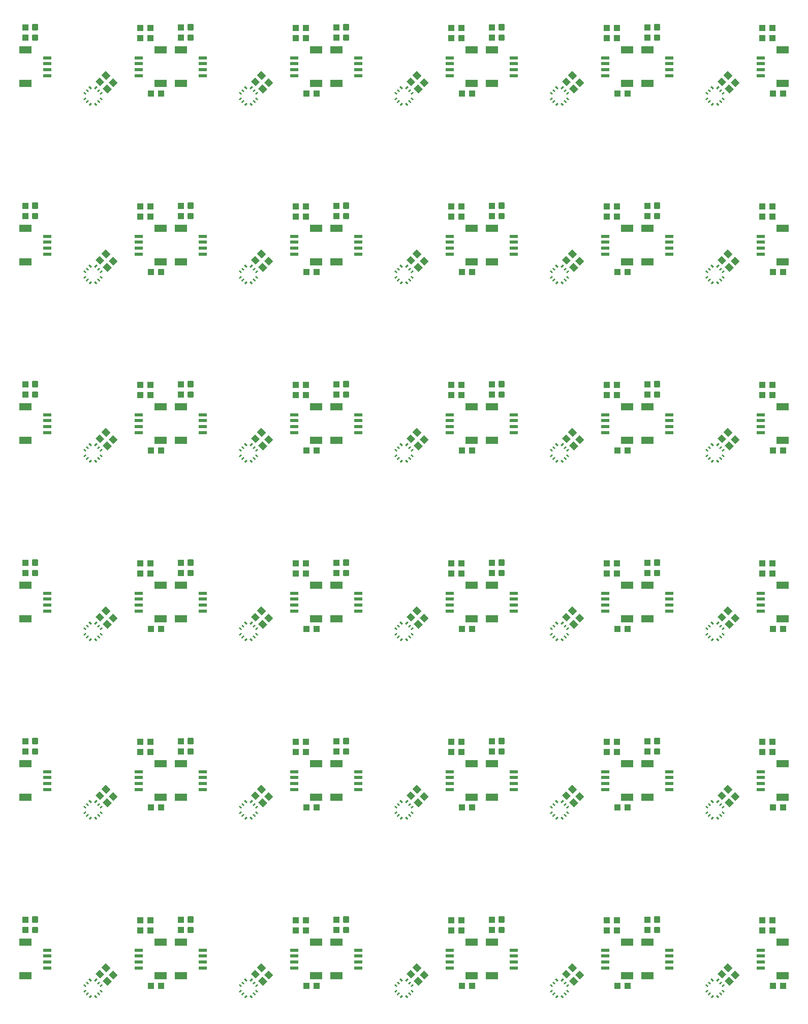
<source format=gtp>
G04 EAGLE Gerber RS-274X export*
G75*
%MOMM*%
%FSLAX34Y34*%
%LPD*%
%INSolderpaste Top*%
%IPPOS*%
%AMOC8*
5,1,8,0,0,1.08239X$1,22.5*%
G01*
%ADD10C,0.300000*%
%ADD11R,2.000000X1.200000*%
%ADD12R,1.350000X0.600000*%
%ADD13R,1.000000X1.100000*%
%ADD14R,0.250000X0.500000*%
%ADD15R,1.100000X1.000000*%


D10*
X26980Y178880D02*
X33980Y178880D01*
X33980Y171880D01*
X26980Y171880D01*
X26980Y178880D01*
X26980Y174730D02*
X33980Y174730D01*
X33980Y177580D02*
X26980Y177580D01*
X26980Y196420D02*
X33980Y196420D01*
X33980Y189420D01*
X26980Y189420D01*
X26980Y196420D01*
X26980Y192270D02*
X33980Y192270D01*
X33980Y195120D02*
X26980Y195120D01*
D11*
X14050Y155000D03*
X14050Y99000D03*
D12*
X50800Y142000D03*
X50800Y132000D03*
X50800Y122000D03*
X50800Y112000D03*
D11*
X239950Y99000D03*
X239950Y155000D03*
D12*
X203200Y112000D03*
X203200Y122000D03*
X203200Y132000D03*
X203200Y142000D03*
D13*
X222250Y174770D03*
X222250Y191770D03*
X205740Y174770D03*
X205740Y191770D03*
X13970Y192260D03*
X13970Y175260D03*
D14*
G36*
X134176Y63715D02*
X132408Y61947D01*
X128874Y65481D01*
X130642Y67249D01*
X134176Y63715D01*
G37*
G36*
X138773Y68311D02*
X137005Y66543D01*
X133471Y70077D01*
X135239Y71845D01*
X138773Y68311D01*
G37*
G36*
X143369Y72907D02*
X141601Y71139D01*
X138067Y74673D01*
X139835Y76441D01*
X143369Y72907D01*
G37*
G36*
X141601Y85634D02*
X143369Y83866D01*
X139835Y80332D01*
X138067Y82100D01*
X141601Y85634D01*
G37*
G36*
X137005Y90230D02*
X138773Y88462D01*
X135239Y84928D01*
X133471Y86696D01*
X137005Y90230D01*
G37*
G36*
X132408Y94826D02*
X134176Y93058D01*
X130642Y89524D01*
X128874Y91292D01*
X132408Y94826D01*
G37*
G36*
X119682Y93058D02*
X121450Y94826D01*
X124984Y91292D01*
X123216Y89524D01*
X119682Y93058D01*
G37*
G36*
X115086Y88462D02*
X116854Y90230D01*
X120388Y86696D01*
X118620Y84928D01*
X115086Y88462D01*
G37*
G36*
X110490Y83866D02*
X112258Y85634D01*
X115792Y82100D01*
X114024Y80332D01*
X110490Y83866D01*
G37*
G36*
X112258Y71139D02*
X110490Y72907D01*
X114024Y76441D01*
X115792Y74673D01*
X112258Y71139D01*
G37*
G36*
X116854Y66543D02*
X115086Y68311D01*
X118620Y71845D01*
X120388Y70077D01*
X116854Y66543D01*
G37*
G36*
X121450Y61947D02*
X119682Y63715D01*
X123216Y67249D01*
X124984Y65481D01*
X121450Y61947D01*
G37*
D15*
G36*
X150111Y97597D02*
X157888Y89820D01*
X150817Y82749D01*
X143040Y90526D01*
X150111Y97597D01*
G37*
G36*
X138091Y109618D02*
X145868Y101841D01*
X138797Y94770D01*
X131020Y102547D01*
X138091Y109618D01*
G37*
X240402Y82042D03*
X223402Y82042D03*
G36*
X160465Y108130D02*
X168242Y100353D01*
X161171Y93282D01*
X153394Y101059D01*
X160465Y108130D01*
G37*
G36*
X148445Y120150D02*
X156222Y112373D01*
X149151Y105302D01*
X141374Y113079D01*
X148445Y120150D01*
G37*
D10*
X286060Y178880D02*
X293060Y178880D01*
X293060Y171880D01*
X286060Y171880D01*
X286060Y178880D01*
X286060Y174730D02*
X293060Y174730D01*
X293060Y177580D02*
X286060Y177580D01*
X286060Y196420D02*
X293060Y196420D01*
X293060Y189420D01*
X286060Y189420D01*
X286060Y196420D01*
X286060Y192270D02*
X293060Y192270D01*
X293060Y195120D02*
X286060Y195120D01*
D11*
X273130Y155000D03*
X273130Y99000D03*
D12*
X309880Y142000D03*
X309880Y132000D03*
X309880Y122000D03*
X309880Y112000D03*
D11*
X499030Y99000D03*
X499030Y155000D03*
D12*
X462280Y112000D03*
X462280Y122000D03*
X462280Y132000D03*
X462280Y142000D03*
D13*
X481330Y174770D03*
X481330Y191770D03*
X464820Y174770D03*
X464820Y191770D03*
X273050Y192260D03*
X273050Y175260D03*
D14*
G36*
X393256Y63715D02*
X391488Y61947D01*
X387954Y65481D01*
X389722Y67249D01*
X393256Y63715D01*
G37*
G36*
X397853Y68311D02*
X396085Y66543D01*
X392551Y70077D01*
X394319Y71845D01*
X397853Y68311D01*
G37*
G36*
X402449Y72907D02*
X400681Y71139D01*
X397147Y74673D01*
X398915Y76441D01*
X402449Y72907D01*
G37*
G36*
X400681Y85634D02*
X402449Y83866D01*
X398915Y80332D01*
X397147Y82100D01*
X400681Y85634D01*
G37*
G36*
X396085Y90230D02*
X397853Y88462D01*
X394319Y84928D01*
X392551Y86696D01*
X396085Y90230D01*
G37*
G36*
X391488Y94826D02*
X393256Y93058D01*
X389722Y89524D01*
X387954Y91292D01*
X391488Y94826D01*
G37*
G36*
X378762Y93058D02*
X380530Y94826D01*
X384064Y91292D01*
X382296Y89524D01*
X378762Y93058D01*
G37*
G36*
X374166Y88462D02*
X375934Y90230D01*
X379468Y86696D01*
X377700Y84928D01*
X374166Y88462D01*
G37*
G36*
X369570Y83866D02*
X371338Y85634D01*
X374872Y82100D01*
X373104Y80332D01*
X369570Y83866D01*
G37*
G36*
X371338Y71139D02*
X369570Y72907D01*
X373104Y76441D01*
X374872Y74673D01*
X371338Y71139D01*
G37*
G36*
X375934Y66543D02*
X374166Y68311D01*
X377700Y71845D01*
X379468Y70077D01*
X375934Y66543D01*
G37*
G36*
X380530Y61947D02*
X378762Y63715D01*
X382296Y67249D01*
X384064Y65481D01*
X380530Y61947D01*
G37*
D15*
G36*
X409191Y97597D02*
X416968Y89820D01*
X409897Y82749D01*
X402120Y90526D01*
X409191Y97597D01*
G37*
G36*
X397171Y109618D02*
X404948Y101841D01*
X397877Y94770D01*
X390100Y102547D01*
X397171Y109618D01*
G37*
X499482Y82042D03*
X482482Y82042D03*
G36*
X419545Y108130D02*
X427322Y100353D01*
X420251Y93282D01*
X412474Y101059D01*
X419545Y108130D01*
G37*
G36*
X407525Y120150D02*
X415302Y112373D01*
X408231Y105302D01*
X400454Y113079D01*
X407525Y120150D01*
G37*
D10*
X545140Y178880D02*
X552140Y178880D01*
X552140Y171880D01*
X545140Y171880D01*
X545140Y178880D01*
X545140Y174730D02*
X552140Y174730D01*
X552140Y177580D02*
X545140Y177580D01*
X545140Y196420D02*
X552140Y196420D01*
X552140Y189420D01*
X545140Y189420D01*
X545140Y196420D01*
X545140Y192270D02*
X552140Y192270D01*
X552140Y195120D02*
X545140Y195120D01*
D11*
X532210Y155000D03*
X532210Y99000D03*
D12*
X568960Y142000D03*
X568960Y132000D03*
X568960Y122000D03*
X568960Y112000D03*
D11*
X758110Y99000D03*
X758110Y155000D03*
D12*
X721360Y112000D03*
X721360Y122000D03*
X721360Y132000D03*
X721360Y142000D03*
D13*
X740410Y174770D03*
X740410Y191770D03*
X723900Y174770D03*
X723900Y191770D03*
X532130Y192260D03*
X532130Y175260D03*
D14*
G36*
X652336Y63715D02*
X650568Y61947D01*
X647034Y65481D01*
X648802Y67249D01*
X652336Y63715D01*
G37*
G36*
X656933Y68311D02*
X655165Y66543D01*
X651631Y70077D01*
X653399Y71845D01*
X656933Y68311D01*
G37*
G36*
X661529Y72907D02*
X659761Y71139D01*
X656227Y74673D01*
X657995Y76441D01*
X661529Y72907D01*
G37*
G36*
X659761Y85634D02*
X661529Y83866D01*
X657995Y80332D01*
X656227Y82100D01*
X659761Y85634D01*
G37*
G36*
X655165Y90230D02*
X656933Y88462D01*
X653399Y84928D01*
X651631Y86696D01*
X655165Y90230D01*
G37*
G36*
X650568Y94826D02*
X652336Y93058D01*
X648802Y89524D01*
X647034Y91292D01*
X650568Y94826D01*
G37*
G36*
X637842Y93058D02*
X639610Y94826D01*
X643144Y91292D01*
X641376Y89524D01*
X637842Y93058D01*
G37*
G36*
X633246Y88462D02*
X635014Y90230D01*
X638548Y86696D01*
X636780Y84928D01*
X633246Y88462D01*
G37*
G36*
X628650Y83866D02*
X630418Y85634D01*
X633952Y82100D01*
X632184Y80332D01*
X628650Y83866D01*
G37*
G36*
X630418Y71139D02*
X628650Y72907D01*
X632184Y76441D01*
X633952Y74673D01*
X630418Y71139D01*
G37*
G36*
X635014Y66543D02*
X633246Y68311D01*
X636780Y71845D01*
X638548Y70077D01*
X635014Y66543D01*
G37*
G36*
X639610Y61947D02*
X637842Y63715D01*
X641376Y67249D01*
X643144Y65481D01*
X639610Y61947D01*
G37*
D15*
G36*
X668271Y97597D02*
X676048Y89820D01*
X668977Y82749D01*
X661200Y90526D01*
X668271Y97597D01*
G37*
G36*
X656251Y109618D02*
X664028Y101841D01*
X656957Y94770D01*
X649180Y102547D01*
X656251Y109618D01*
G37*
X758562Y82042D03*
X741562Y82042D03*
G36*
X678625Y108130D02*
X686402Y100353D01*
X679331Y93282D01*
X671554Y101059D01*
X678625Y108130D01*
G37*
G36*
X666605Y120150D02*
X674382Y112373D01*
X667311Y105302D01*
X659534Y113079D01*
X666605Y120150D01*
G37*
D10*
X804220Y178880D02*
X811220Y178880D01*
X811220Y171880D01*
X804220Y171880D01*
X804220Y178880D01*
X804220Y174730D02*
X811220Y174730D01*
X811220Y177580D02*
X804220Y177580D01*
X804220Y196420D02*
X811220Y196420D01*
X811220Y189420D01*
X804220Y189420D01*
X804220Y196420D01*
X804220Y192270D02*
X811220Y192270D01*
X811220Y195120D02*
X804220Y195120D01*
D11*
X791290Y155000D03*
X791290Y99000D03*
D12*
X828040Y142000D03*
X828040Y132000D03*
X828040Y122000D03*
X828040Y112000D03*
D11*
X1017190Y99000D03*
X1017190Y155000D03*
D12*
X980440Y112000D03*
X980440Y122000D03*
X980440Y132000D03*
X980440Y142000D03*
D13*
X999490Y174770D03*
X999490Y191770D03*
X982980Y174770D03*
X982980Y191770D03*
X791210Y192260D03*
X791210Y175260D03*
D14*
G36*
X911416Y63715D02*
X909648Y61947D01*
X906114Y65481D01*
X907882Y67249D01*
X911416Y63715D01*
G37*
G36*
X916013Y68311D02*
X914245Y66543D01*
X910711Y70077D01*
X912479Y71845D01*
X916013Y68311D01*
G37*
G36*
X920609Y72907D02*
X918841Y71139D01*
X915307Y74673D01*
X917075Y76441D01*
X920609Y72907D01*
G37*
G36*
X918841Y85634D02*
X920609Y83866D01*
X917075Y80332D01*
X915307Y82100D01*
X918841Y85634D01*
G37*
G36*
X914245Y90230D02*
X916013Y88462D01*
X912479Y84928D01*
X910711Y86696D01*
X914245Y90230D01*
G37*
G36*
X909648Y94826D02*
X911416Y93058D01*
X907882Y89524D01*
X906114Y91292D01*
X909648Y94826D01*
G37*
G36*
X896922Y93058D02*
X898690Y94826D01*
X902224Y91292D01*
X900456Y89524D01*
X896922Y93058D01*
G37*
G36*
X892326Y88462D02*
X894094Y90230D01*
X897628Y86696D01*
X895860Y84928D01*
X892326Y88462D01*
G37*
G36*
X887730Y83866D02*
X889498Y85634D01*
X893032Y82100D01*
X891264Y80332D01*
X887730Y83866D01*
G37*
G36*
X889498Y71139D02*
X887730Y72907D01*
X891264Y76441D01*
X893032Y74673D01*
X889498Y71139D01*
G37*
G36*
X894094Y66543D02*
X892326Y68311D01*
X895860Y71845D01*
X897628Y70077D01*
X894094Y66543D01*
G37*
G36*
X898690Y61947D02*
X896922Y63715D01*
X900456Y67249D01*
X902224Y65481D01*
X898690Y61947D01*
G37*
D15*
G36*
X927351Y97597D02*
X935128Y89820D01*
X928057Y82749D01*
X920280Y90526D01*
X927351Y97597D01*
G37*
G36*
X915331Y109618D02*
X923108Y101841D01*
X916037Y94770D01*
X908260Y102547D01*
X915331Y109618D01*
G37*
X1017642Y82042D03*
X1000642Y82042D03*
G36*
X937705Y108130D02*
X945482Y100353D01*
X938411Y93282D01*
X930634Y101059D01*
X937705Y108130D01*
G37*
G36*
X925685Y120150D02*
X933462Y112373D01*
X926391Y105302D01*
X918614Y113079D01*
X925685Y120150D01*
G37*
D10*
X1063300Y178880D02*
X1070300Y178880D01*
X1070300Y171880D01*
X1063300Y171880D01*
X1063300Y178880D01*
X1063300Y174730D02*
X1070300Y174730D01*
X1070300Y177580D02*
X1063300Y177580D01*
X1063300Y196420D02*
X1070300Y196420D01*
X1070300Y189420D01*
X1063300Y189420D01*
X1063300Y196420D01*
X1063300Y192270D02*
X1070300Y192270D01*
X1070300Y195120D02*
X1063300Y195120D01*
D11*
X1050370Y155000D03*
X1050370Y99000D03*
D12*
X1087120Y142000D03*
X1087120Y132000D03*
X1087120Y122000D03*
X1087120Y112000D03*
D11*
X1276270Y99000D03*
X1276270Y155000D03*
D12*
X1239520Y112000D03*
X1239520Y122000D03*
X1239520Y132000D03*
X1239520Y142000D03*
D13*
X1258570Y174770D03*
X1258570Y191770D03*
X1242060Y174770D03*
X1242060Y191770D03*
X1050290Y192260D03*
X1050290Y175260D03*
D14*
G36*
X1170496Y63715D02*
X1168728Y61947D01*
X1165194Y65481D01*
X1166962Y67249D01*
X1170496Y63715D01*
G37*
G36*
X1175093Y68311D02*
X1173325Y66543D01*
X1169791Y70077D01*
X1171559Y71845D01*
X1175093Y68311D01*
G37*
G36*
X1179689Y72907D02*
X1177921Y71139D01*
X1174387Y74673D01*
X1176155Y76441D01*
X1179689Y72907D01*
G37*
G36*
X1177921Y85634D02*
X1179689Y83866D01*
X1176155Y80332D01*
X1174387Y82100D01*
X1177921Y85634D01*
G37*
G36*
X1173325Y90230D02*
X1175093Y88462D01*
X1171559Y84928D01*
X1169791Y86696D01*
X1173325Y90230D01*
G37*
G36*
X1168728Y94826D02*
X1170496Y93058D01*
X1166962Y89524D01*
X1165194Y91292D01*
X1168728Y94826D01*
G37*
G36*
X1156002Y93058D02*
X1157770Y94826D01*
X1161304Y91292D01*
X1159536Y89524D01*
X1156002Y93058D01*
G37*
G36*
X1151406Y88462D02*
X1153174Y90230D01*
X1156708Y86696D01*
X1154940Y84928D01*
X1151406Y88462D01*
G37*
G36*
X1146810Y83866D02*
X1148578Y85634D01*
X1152112Y82100D01*
X1150344Y80332D01*
X1146810Y83866D01*
G37*
G36*
X1148578Y71139D02*
X1146810Y72907D01*
X1150344Y76441D01*
X1152112Y74673D01*
X1148578Y71139D01*
G37*
G36*
X1153174Y66543D02*
X1151406Y68311D01*
X1154940Y71845D01*
X1156708Y70077D01*
X1153174Y66543D01*
G37*
G36*
X1157770Y61947D02*
X1156002Y63715D01*
X1159536Y67249D01*
X1161304Y65481D01*
X1157770Y61947D01*
G37*
D15*
G36*
X1186431Y97597D02*
X1194208Y89820D01*
X1187137Y82749D01*
X1179360Y90526D01*
X1186431Y97597D01*
G37*
G36*
X1174411Y109618D02*
X1182188Y101841D01*
X1175117Y94770D01*
X1167340Y102547D01*
X1174411Y109618D01*
G37*
X1276722Y82042D03*
X1259722Y82042D03*
G36*
X1196785Y108130D02*
X1204562Y100353D01*
X1197491Y93282D01*
X1189714Y101059D01*
X1196785Y108130D01*
G37*
G36*
X1184765Y120150D02*
X1192542Y112373D01*
X1185471Y105302D01*
X1177694Y113079D01*
X1184765Y120150D01*
G37*
D10*
X33980Y476060D02*
X26980Y476060D01*
X33980Y476060D02*
X33980Y469060D01*
X26980Y469060D01*
X26980Y476060D01*
X26980Y471910D02*
X33980Y471910D01*
X33980Y474760D02*
X26980Y474760D01*
X26980Y493600D02*
X33980Y493600D01*
X33980Y486600D01*
X26980Y486600D01*
X26980Y493600D01*
X26980Y489450D02*
X33980Y489450D01*
X33980Y492300D02*
X26980Y492300D01*
D11*
X14050Y452180D03*
X14050Y396180D03*
D12*
X50800Y439180D03*
X50800Y429180D03*
X50800Y419180D03*
X50800Y409180D03*
D11*
X239950Y396180D03*
X239950Y452180D03*
D12*
X203200Y409180D03*
X203200Y419180D03*
X203200Y429180D03*
X203200Y439180D03*
D13*
X222250Y471950D03*
X222250Y488950D03*
X205740Y471950D03*
X205740Y488950D03*
X13970Y489440D03*
X13970Y472440D03*
D14*
G36*
X134176Y360895D02*
X132408Y359127D01*
X128874Y362661D01*
X130642Y364429D01*
X134176Y360895D01*
G37*
G36*
X138773Y365491D02*
X137005Y363723D01*
X133471Y367257D01*
X135239Y369025D01*
X138773Y365491D01*
G37*
G36*
X143369Y370087D02*
X141601Y368319D01*
X138067Y371853D01*
X139835Y373621D01*
X143369Y370087D01*
G37*
G36*
X141601Y382814D02*
X143369Y381046D01*
X139835Y377512D01*
X138067Y379280D01*
X141601Y382814D01*
G37*
G36*
X137005Y387410D02*
X138773Y385642D01*
X135239Y382108D01*
X133471Y383876D01*
X137005Y387410D01*
G37*
G36*
X132408Y392006D02*
X134176Y390238D01*
X130642Y386704D01*
X128874Y388472D01*
X132408Y392006D01*
G37*
G36*
X119682Y390238D02*
X121450Y392006D01*
X124984Y388472D01*
X123216Y386704D01*
X119682Y390238D01*
G37*
G36*
X115086Y385642D02*
X116854Y387410D01*
X120388Y383876D01*
X118620Y382108D01*
X115086Y385642D01*
G37*
G36*
X110490Y381046D02*
X112258Y382814D01*
X115792Y379280D01*
X114024Y377512D01*
X110490Y381046D01*
G37*
G36*
X112258Y368319D02*
X110490Y370087D01*
X114024Y373621D01*
X115792Y371853D01*
X112258Y368319D01*
G37*
G36*
X116854Y363723D02*
X115086Y365491D01*
X118620Y369025D01*
X120388Y367257D01*
X116854Y363723D01*
G37*
G36*
X121450Y359127D02*
X119682Y360895D01*
X123216Y364429D01*
X124984Y362661D01*
X121450Y359127D01*
G37*
D15*
G36*
X150111Y394777D02*
X157888Y387000D01*
X150817Y379929D01*
X143040Y387706D01*
X150111Y394777D01*
G37*
G36*
X138091Y406798D02*
X145868Y399021D01*
X138797Y391950D01*
X131020Y399727D01*
X138091Y406798D01*
G37*
X240402Y379222D03*
X223402Y379222D03*
G36*
X160465Y405310D02*
X168242Y397533D01*
X161171Y390462D01*
X153394Y398239D01*
X160465Y405310D01*
G37*
G36*
X148445Y417330D02*
X156222Y409553D01*
X149151Y402482D01*
X141374Y410259D01*
X148445Y417330D01*
G37*
D10*
X286060Y476060D02*
X293060Y476060D01*
X293060Y469060D01*
X286060Y469060D01*
X286060Y476060D01*
X286060Y471910D02*
X293060Y471910D01*
X293060Y474760D02*
X286060Y474760D01*
X286060Y493600D02*
X293060Y493600D01*
X293060Y486600D01*
X286060Y486600D01*
X286060Y493600D01*
X286060Y489450D02*
X293060Y489450D01*
X293060Y492300D02*
X286060Y492300D01*
D11*
X273130Y452180D03*
X273130Y396180D03*
D12*
X309880Y439180D03*
X309880Y429180D03*
X309880Y419180D03*
X309880Y409180D03*
D11*
X499030Y396180D03*
X499030Y452180D03*
D12*
X462280Y409180D03*
X462280Y419180D03*
X462280Y429180D03*
X462280Y439180D03*
D13*
X481330Y471950D03*
X481330Y488950D03*
X464820Y471950D03*
X464820Y488950D03*
X273050Y489440D03*
X273050Y472440D03*
D14*
G36*
X393256Y360895D02*
X391488Y359127D01*
X387954Y362661D01*
X389722Y364429D01*
X393256Y360895D01*
G37*
G36*
X397853Y365491D02*
X396085Y363723D01*
X392551Y367257D01*
X394319Y369025D01*
X397853Y365491D01*
G37*
G36*
X402449Y370087D02*
X400681Y368319D01*
X397147Y371853D01*
X398915Y373621D01*
X402449Y370087D01*
G37*
G36*
X400681Y382814D02*
X402449Y381046D01*
X398915Y377512D01*
X397147Y379280D01*
X400681Y382814D01*
G37*
G36*
X396085Y387410D02*
X397853Y385642D01*
X394319Y382108D01*
X392551Y383876D01*
X396085Y387410D01*
G37*
G36*
X391488Y392006D02*
X393256Y390238D01*
X389722Y386704D01*
X387954Y388472D01*
X391488Y392006D01*
G37*
G36*
X378762Y390238D02*
X380530Y392006D01*
X384064Y388472D01*
X382296Y386704D01*
X378762Y390238D01*
G37*
G36*
X374166Y385642D02*
X375934Y387410D01*
X379468Y383876D01*
X377700Y382108D01*
X374166Y385642D01*
G37*
G36*
X369570Y381046D02*
X371338Y382814D01*
X374872Y379280D01*
X373104Y377512D01*
X369570Y381046D01*
G37*
G36*
X371338Y368319D02*
X369570Y370087D01*
X373104Y373621D01*
X374872Y371853D01*
X371338Y368319D01*
G37*
G36*
X375934Y363723D02*
X374166Y365491D01*
X377700Y369025D01*
X379468Y367257D01*
X375934Y363723D01*
G37*
G36*
X380530Y359127D02*
X378762Y360895D01*
X382296Y364429D01*
X384064Y362661D01*
X380530Y359127D01*
G37*
D15*
G36*
X409191Y394777D02*
X416968Y387000D01*
X409897Y379929D01*
X402120Y387706D01*
X409191Y394777D01*
G37*
G36*
X397171Y406798D02*
X404948Y399021D01*
X397877Y391950D01*
X390100Y399727D01*
X397171Y406798D01*
G37*
X499482Y379222D03*
X482482Y379222D03*
G36*
X419545Y405310D02*
X427322Y397533D01*
X420251Y390462D01*
X412474Y398239D01*
X419545Y405310D01*
G37*
G36*
X407525Y417330D02*
X415302Y409553D01*
X408231Y402482D01*
X400454Y410259D01*
X407525Y417330D01*
G37*
D10*
X545140Y476060D02*
X552140Y476060D01*
X552140Y469060D01*
X545140Y469060D01*
X545140Y476060D01*
X545140Y471910D02*
X552140Y471910D01*
X552140Y474760D02*
X545140Y474760D01*
X545140Y493600D02*
X552140Y493600D01*
X552140Y486600D01*
X545140Y486600D01*
X545140Y493600D01*
X545140Y489450D02*
X552140Y489450D01*
X552140Y492300D02*
X545140Y492300D01*
D11*
X532210Y452180D03*
X532210Y396180D03*
D12*
X568960Y439180D03*
X568960Y429180D03*
X568960Y419180D03*
X568960Y409180D03*
D11*
X758110Y396180D03*
X758110Y452180D03*
D12*
X721360Y409180D03*
X721360Y419180D03*
X721360Y429180D03*
X721360Y439180D03*
D13*
X740410Y471950D03*
X740410Y488950D03*
X723900Y471950D03*
X723900Y488950D03*
X532130Y489440D03*
X532130Y472440D03*
D14*
G36*
X652336Y360895D02*
X650568Y359127D01*
X647034Y362661D01*
X648802Y364429D01*
X652336Y360895D01*
G37*
G36*
X656933Y365491D02*
X655165Y363723D01*
X651631Y367257D01*
X653399Y369025D01*
X656933Y365491D01*
G37*
G36*
X661529Y370087D02*
X659761Y368319D01*
X656227Y371853D01*
X657995Y373621D01*
X661529Y370087D01*
G37*
G36*
X659761Y382814D02*
X661529Y381046D01*
X657995Y377512D01*
X656227Y379280D01*
X659761Y382814D01*
G37*
G36*
X655165Y387410D02*
X656933Y385642D01*
X653399Y382108D01*
X651631Y383876D01*
X655165Y387410D01*
G37*
G36*
X650568Y392006D02*
X652336Y390238D01*
X648802Y386704D01*
X647034Y388472D01*
X650568Y392006D01*
G37*
G36*
X637842Y390238D02*
X639610Y392006D01*
X643144Y388472D01*
X641376Y386704D01*
X637842Y390238D01*
G37*
G36*
X633246Y385642D02*
X635014Y387410D01*
X638548Y383876D01*
X636780Y382108D01*
X633246Y385642D01*
G37*
G36*
X628650Y381046D02*
X630418Y382814D01*
X633952Y379280D01*
X632184Y377512D01*
X628650Y381046D01*
G37*
G36*
X630418Y368319D02*
X628650Y370087D01*
X632184Y373621D01*
X633952Y371853D01*
X630418Y368319D01*
G37*
G36*
X635014Y363723D02*
X633246Y365491D01*
X636780Y369025D01*
X638548Y367257D01*
X635014Y363723D01*
G37*
G36*
X639610Y359127D02*
X637842Y360895D01*
X641376Y364429D01*
X643144Y362661D01*
X639610Y359127D01*
G37*
D15*
G36*
X668271Y394777D02*
X676048Y387000D01*
X668977Y379929D01*
X661200Y387706D01*
X668271Y394777D01*
G37*
G36*
X656251Y406798D02*
X664028Y399021D01*
X656957Y391950D01*
X649180Y399727D01*
X656251Y406798D01*
G37*
X758562Y379222D03*
X741562Y379222D03*
G36*
X678625Y405310D02*
X686402Y397533D01*
X679331Y390462D01*
X671554Y398239D01*
X678625Y405310D01*
G37*
G36*
X666605Y417330D02*
X674382Y409553D01*
X667311Y402482D01*
X659534Y410259D01*
X666605Y417330D01*
G37*
D10*
X804220Y476060D02*
X811220Y476060D01*
X811220Y469060D01*
X804220Y469060D01*
X804220Y476060D01*
X804220Y471910D02*
X811220Y471910D01*
X811220Y474760D02*
X804220Y474760D01*
X804220Y493600D02*
X811220Y493600D01*
X811220Y486600D01*
X804220Y486600D01*
X804220Y493600D01*
X804220Y489450D02*
X811220Y489450D01*
X811220Y492300D02*
X804220Y492300D01*
D11*
X791290Y452180D03*
X791290Y396180D03*
D12*
X828040Y439180D03*
X828040Y429180D03*
X828040Y419180D03*
X828040Y409180D03*
D11*
X1017190Y396180D03*
X1017190Y452180D03*
D12*
X980440Y409180D03*
X980440Y419180D03*
X980440Y429180D03*
X980440Y439180D03*
D13*
X999490Y471950D03*
X999490Y488950D03*
X982980Y471950D03*
X982980Y488950D03*
X791210Y489440D03*
X791210Y472440D03*
D14*
G36*
X911416Y360895D02*
X909648Y359127D01*
X906114Y362661D01*
X907882Y364429D01*
X911416Y360895D01*
G37*
G36*
X916013Y365491D02*
X914245Y363723D01*
X910711Y367257D01*
X912479Y369025D01*
X916013Y365491D01*
G37*
G36*
X920609Y370087D02*
X918841Y368319D01*
X915307Y371853D01*
X917075Y373621D01*
X920609Y370087D01*
G37*
G36*
X918841Y382814D02*
X920609Y381046D01*
X917075Y377512D01*
X915307Y379280D01*
X918841Y382814D01*
G37*
G36*
X914245Y387410D02*
X916013Y385642D01*
X912479Y382108D01*
X910711Y383876D01*
X914245Y387410D01*
G37*
G36*
X909648Y392006D02*
X911416Y390238D01*
X907882Y386704D01*
X906114Y388472D01*
X909648Y392006D01*
G37*
G36*
X896922Y390238D02*
X898690Y392006D01*
X902224Y388472D01*
X900456Y386704D01*
X896922Y390238D01*
G37*
G36*
X892326Y385642D02*
X894094Y387410D01*
X897628Y383876D01*
X895860Y382108D01*
X892326Y385642D01*
G37*
G36*
X887730Y381046D02*
X889498Y382814D01*
X893032Y379280D01*
X891264Y377512D01*
X887730Y381046D01*
G37*
G36*
X889498Y368319D02*
X887730Y370087D01*
X891264Y373621D01*
X893032Y371853D01*
X889498Y368319D01*
G37*
G36*
X894094Y363723D02*
X892326Y365491D01*
X895860Y369025D01*
X897628Y367257D01*
X894094Y363723D01*
G37*
G36*
X898690Y359127D02*
X896922Y360895D01*
X900456Y364429D01*
X902224Y362661D01*
X898690Y359127D01*
G37*
D15*
G36*
X927351Y394777D02*
X935128Y387000D01*
X928057Y379929D01*
X920280Y387706D01*
X927351Y394777D01*
G37*
G36*
X915331Y406798D02*
X923108Y399021D01*
X916037Y391950D01*
X908260Y399727D01*
X915331Y406798D01*
G37*
X1017642Y379222D03*
X1000642Y379222D03*
G36*
X937705Y405310D02*
X945482Y397533D01*
X938411Y390462D01*
X930634Y398239D01*
X937705Y405310D01*
G37*
G36*
X925685Y417330D02*
X933462Y409553D01*
X926391Y402482D01*
X918614Y410259D01*
X925685Y417330D01*
G37*
D10*
X1063300Y476060D02*
X1070300Y476060D01*
X1070300Y469060D01*
X1063300Y469060D01*
X1063300Y476060D01*
X1063300Y471910D02*
X1070300Y471910D01*
X1070300Y474760D02*
X1063300Y474760D01*
X1063300Y493600D02*
X1070300Y493600D01*
X1070300Y486600D01*
X1063300Y486600D01*
X1063300Y493600D01*
X1063300Y489450D02*
X1070300Y489450D01*
X1070300Y492300D02*
X1063300Y492300D01*
D11*
X1050370Y452180D03*
X1050370Y396180D03*
D12*
X1087120Y439180D03*
X1087120Y429180D03*
X1087120Y419180D03*
X1087120Y409180D03*
D11*
X1276270Y396180D03*
X1276270Y452180D03*
D12*
X1239520Y409180D03*
X1239520Y419180D03*
X1239520Y429180D03*
X1239520Y439180D03*
D13*
X1258570Y471950D03*
X1258570Y488950D03*
X1242060Y471950D03*
X1242060Y488950D03*
X1050290Y489440D03*
X1050290Y472440D03*
D14*
G36*
X1170496Y360895D02*
X1168728Y359127D01*
X1165194Y362661D01*
X1166962Y364429D01*
X1170496Y360895D01*
G37*
G36*
X1175093Y365491D02*
X1173325Y363723D01*
X1169791Y367257D01*
X1171559Y369025D01*
X1175093Y365491D01*
G37*
G36*
X1179689Y370087D02*
X1177921Y368319D01*
X1174387Y371853D01*
X1176155Y373621D01*
X1179689Y370087D01*
G37*
G36*
X1177921Y382814D02*
X1179689Y381046D01*
X1176155Y377512D01*
X1174387Y379280D01*
X1177921Y382814D01*
G37*
G36*
X1173325Y387410D02*
X1175093Y385642D01*
X1171559Y382108D01*
X1169791Y383876D01*
X1173325Y387410D01*
G37*
G36*
X1168728Y392006D02*
X1170496Y390238D01*
X1166962Y386704D01*
X1165194Y388472D01*
X1168728Y392006D01*
G37*
G36*
X1156002Y390238D02*
X1157770Y392006D01*
X1161304Y388472D01*
X1159536Y386704D01*
X1156002Y390238D01*
G37*
G36*
X1151406Y385642D02*
X1153174Y387410D01*
X1156708Y383876D01*
X1154940Y382108D01*
X1151406Y385642D01*
G37*
G36*
X1146810Y381046D02*
X1148578Y382814D01*
X1152112Y379280D01*
X1150344Y377512D01*
X1146810Y381046D01*
G37*
G36*
X1148578Y368319D02*
X1146810Y370087D01*
X1150344Y373621D01*
X1152112Y371853D01*
X1148578Y368319D01*
G37*
G36*
X1153174Y363723D02*
X1151406Y365491D01*
X1154940Y369025D01*
X1156708Y367257D01*
X1153174Y363723D01*
G37*
G36*
X1157770Y359127D02*
X1156002Y360895D01*
X1159536Y364429D01*
X1161304Y362661D01*
X1157770Y359127D01*
G37*
D15*
G36*
X1186431Y394777D02*
X1194208Y387000D01*
X1187137Y379929D01*
X1179360Y387706D01*
X1186431Y394777D01*
G37*
G36*
X1174411Y406798D02*
X1182188Y399021D01*
X1175117Y391950D01*
X1167340Y399727D01*
X1174411Y406798D01*
G37*
X1276722Y379222D03*
X1259722Y379222D03*
G36*
X1196785Y405310D02*
X1204562Y397533D01*
X1197491Y390462D01*
X1189714Y398239D01*
X1196785Y405310D01*
G37*
G36*
X1184765Y417330D02*
X1192542Y409553D01*
X1185471Y402482D01*
X1177694Y410259D01*
X1184765Y417330D01*
G37*
D10*
X33980Y773240D02*
X26980Y773240D01*
X33980Y773240D02*
X33980Y766240D01*
X26980Y766240D01*
X26980Y773240D01*
X26980Y769090D02*
X33980Y769090D01*
X33980Y771940D02*
X26980Y771940D01*
X26980Y790780D02*
X33980Y790780D01*
X33980Y783780D01*
X26980Y783780D01*
X26980Y790780D01*
X26980Y786630D02*
X33980Y786630D01*
X33980Y789480D02*
X26980Y789480D01*
D11*
X14050Y749360D03*
X14050Y693360D03*
D12*
X50800Y736360D03*
X50800Y726360D03*
X50800Y716360D03*
X50800Y706360D03*
D11*
X239950Y693360D03*
X239950Y749360D03*
D12*
X203200Y706360D03*
X203200Y716360D03*
X203200Y726360D03*
X203200Y736360D03*
D13*
X222250Y769130D03*
X222250Y786130D03*
X205740Y769130D03*
X205740Y786130D03*
X13970Y786620D03*
X13970Y769620D03*
D14*
G36*
X134176Y658075D02*
X132408Y656307D01*
X128874Y659841D01*
X130642Y661609D01*
X134176Y658075D01*
G37*
G36*
X138773Y662671D02*
X137005Y660903D01*
X133471Y664437D01*
X135239Y666205D01*
X138773Y662671D01*
G37*
G36*
X143369Y667267D02*
X141601Y665499D01*
X138067Y669033D01*
X139835Y670801D01*
X143369Y667267D01*
G37*
G36*
X141601Y679994D02*
X143369Y678226D01*
X139835Y674692D01*
X138067Y676460D01*
X141601Y679994D01*
G37*
G36*
X137005Y684590D02*
X138773Y682822D01*
X135239Y679288D01*
X133471Y681056D01*
X137005Y684590D01*
G37*
G36*
X132408Y689186D02*
X134176Y687418D01*
X130642Y683884D01*
X128874Y685652D01*
X132408Y689186D01*
G37*
G36*
X119682Y687418D02*
X121450Y689186D01*
X124984Y685652D01*
X123216Y683884D01*
X119682Y687418D01*
G37*
G36*
X115086Y682822D02*
X116854Y684590D01*
X120388Y681056D01*
X118620Y679288D01*
X115086Y682822D01*
G37*
G36*
X110490Y678226D02*
X112258Y679994D01*
X115792Y676460D01*
X114024Y674692D01*
X110490Y678226D01*
G37*
G36*
X112258Y665499D02*
X110490Y667267D01*
X114024Y670801D01*
X115792Y669033D01*
X112258Y665499D01*
G37*
G36*
X116854Y660903D02*
X115086Y662671D01*
X118620Y666205D01*
X120388Y664437D01*
X116854Y660903D01*
G37*
G36*
X121450Y656307D02*
X119682Y658075D01*
X123216Y661609D01*
X124984Y659841D01*
X121450Y656307D01*
G37*
D15*
G36*
X150111Y691957D02*
X157888Y684180D01*
X150817Y677109D01*
X143040Y684886D01*
X150111Y691957D01*
G37*
G36*
X138091Y703978D02*
X145868Y696201D01*
X138797Y689130D01*
X131020Y696907D01*
X138091Y703978D01*
G37*
X240402Y676402D03*
X223402Y676402D03*
G36*
X160465Y702490D02*
X168242Y694713D01*
X161171Y687642D01*
X153394Y695419D01*
X160465Y702490D01*
G37*
G36*
X148445Y714510D02*
X156222Y706733D01*
X149151Y699662D01*
X141374Y707439D01*
X148445Y714510D01*
G37*
D10*
X286060Y773240D02*
X293060Y773240D01*
X293060Y766240D01*
X286060Y766240D01*
X286060Y773240D01*
X286060Y769090D02*
X293060Y769090D01*
X293060Y771940D02*
X286060Y771940D01*
X286060Y790780D02*
X293060Y790780D01*
X293060Y783780D01*
X286060Y783780D01*
X286060Y790780D01*
X286060Y786630D02*
X293060Y786630D01*
X293060Y789480D02*
X286060Y789480D01*
D11*
X273130Y749360D03*
X273130Y693360D03*
D12*
X309880Y736360D03*
X309880Y726360D03*
X309880Y716360D03*
X309880Y706360D03*
D11*
X499030Y693360D03*
X499030Y749360D03*
D12*
X462280Y706360D03*
X462280Y716360D03*
X462280Y726360D03*
X462280Y736360D03*
D13*
X481330Y769130D03*
X481330Y786130D03*
X464820Y769130D03*
X464820Y786130D03*
X273050Y786620D03*
X273050Y769620D03*
D14*
G36*
X393256Y658075D02*
X391488Y656307D01*
X387954Y659841D01*
X389722Y661609D01*
X393256Y658075D01*
G37*
G36*
X397853Y662671D02*
X396085Y660903D01*
X392551Y664437D01*
X394319Y666205D01*
X397853Y662671D01*
G37*
G36*
X402449Y667267D02*
X400681Y665499D01*
X397147Y669033D01*
X398915Y670801D01*
X402449Y667267D01*
G37*
G36*
X400681Y679994D02*
X402449Y678226D01*
X398915Y674692D01*
X397147Y676460D01*
X400681Y679994D01*
G37*
G36*
X396085Y684590D02*
X397853Y682822D01*
X394319Y679288D01*
X392551Y681056D01*
X396085Y684590D01*
G37*
G36*
X391488Y689186D02*
X393256Y687418D01*
X389722Y683884D01*
X387954Y685652D01*
X391488Y689186D01*
G37*
G36*
X378762Y687418D02*
X380530Y689186D01*
X384064Y685652D01*
X382296Y683884D01*
X378762Y687418D01*
G37*
G36*
X374166Y682822D02*
X375934Y684590D01*
X379468Y681056D01*
X377700Y679288D01*
X374166Y682822D01*
G37*
G36*
X369570Y678226D02*
X371338Y679994D01*
X374872Y676460D01*
X373104Y674692D01*
X369570Y678226D01*
G37*
G36*
X371338Y665499D02*
X369570Y667267D01*
X373104Y670801D01*
X374872Y669033D01*
X371338Y665499D01*
G37*
G36*
X375934Y660903D02*
X374166Y662671D01*
X377700Y666205D01*
X379468Y664437D01*
X375934Y660903D01*
G37*
G36*
X380530Y656307D02*
X378762Y658075D01*
X382296Y661609D01*
X384064Y659841D01*
X380530Y656307D01*
G37*
D15*
G36*
X409191Y691957D02*
X416968Y684180D01*
X409897Y677109D01*
X402120Y684886D01*
X409191Y691957D01*
G37*
G36*
X397171Y703978D02*
X404948Y696201D01*
X397877Y689130D01*
X390100Y696907D01*
X397171Y703978D01*
G37*
X499482Y676402D03*
X482482Y676402D03*
G36*
X419545Y702490D02*
X427322Y694713D01*
X420251Y687642D01*
X412474Y695419D01*
X419545Y702490D01*
G37*
G36*
X407525Y714510D02*
X415302Y706733D01*
X408231Y699662D01*
X400454Y707439D01*
X407525Y714510D01*
G37*
D10*
X545140Y773240D02*
X552140Y773240D01*
X552140Y766240D01*
X545140Y766240D01*
X545140Y773240D01*
X545140Y769090D02*
X552140Y769090D01*
X552140Y771940D02*
X545140Y771940D01*
X545140Y790780D02*
X552140Y790780D01*
X552140Y783780D01*
X545140Y783780D01*
X545140Y790780D01*
X545140Y786630D02*
X552140Y786630D01*
X552140Y789480D02*
X545140Y789480D01*
D11*
X532210Y749360D03*
X532210Y693360D03*
D12*
X568960Y736360D03*
X568960Y726360D03*
X568960Y716360D03*
X568960Y706360D03*
D11*
X758110Y693360D03*
X758110Y749360D03*
D12*
X721360Y706360D03*
X721360Y716360D03*
X721360Y726360D03*
X721360Y736360D03*
D13*
X740410Y769130D03*
X740410Y786130D03*
X723900Y769130D03*
X723900Y786130D03*
X532130Y786620D03*
X532130Y769620D03*
D14*
G36*
X652336Y658075D02*
X650568Y656307D01*
X647034Y659841D01*
X648802Y661609D01*
X652336Y658075D01*
G37*
G36*
X656933Y662671D02*
X655165Y660903D01*
X651631Y664437D01*
X653399Y666205D01*
X656933Y662671D01*
G37*
G36*
X661529Y667267D02*
X659761Y665499D01*
X656227Y669033D01*
X657995Y670801D01*
X661529Y667267D01*
G37*
G36*
X659761Y679994D02*
X661529Y678226D01*
X657995Y674692D01*
X656227Y676460D01*
X659761Y679994D01*
G37*
G36*
X655165Y684590D02*
X656933Y682822D01*
X653399Y679288D01*
X651631Y681056D01*
X655165Y684590D01*
G37*
G36*
X650568Y689186D02*
X652336Y687418D01*
X648802Y683884D01*
X647034Y685652D01*
X650568Y689186D01*
G37*
G36*
X637842Y687418D02*
X639610Y689186D01*
X643144Y685652D01*
X641376Y683884D01*
X637842Y687418D01*
G37*
G36*
X633246Y682822D02*
X635014Y684590D01*
X638548Y681056D01*
X636780Y679288D01*
X633246Y682822D01*
G37*
G36*
X628650Y678226D02*
X630418Y679994D01*
X633952Y676460D01*
X632184Y674692D01*
X628650Y678226D01*
G37*
G36*
X630418Y665499D02*
X628650Y667267D01*
X632184Y670801D01*
X633952Y669033D01*
X630418Y665499D01*
G37*
G36*
X635014Y660903D02*
X633246Y662671D01*
X636780Y666205D01*
X638548Y664437D01*
X635014Y660903D01*
G37*
G36*
X639610Y656307D02*
X637842Y658075D01*
X641376Y661609D01*
X643144Y659841D01*
X639610Y656307D01*
G37*
D15*
G36*
X668271Y691957D02*
X676048Y684180D01*
X668977Y677109D01*
X661200Y684886D01*
X668271Y691957D01*
G37*
G36*
X656251Y703978D02*
X664028Y696201D01*
X656957Y689130D01*
X649180Y696907D01*
X656251Y703978D01*
G37*
X758562Y676402D03*
X741562Y676402D03*
G36*
X678625Y702490D02*
X686402Y694713D01*
X679331Y687642D01*
X671554Y695419D01*
X678625Y702490D01*
G37*
G36*
X666605Y714510D02*
X674382Y706733D01*
X667311Y699662D01*
X659534Y707439D01*
X666605Y714510D01*
G37*
D10*
X804220Y773240D02*
X811220Y773240D01*
X811220Y766240D01*
X804220Y766240D01*
X804220Y773240D01*
X804220Y769090D02*
X811220Y769090D01*
X811220Y771940D02*
X804220Y771940D01*
X804220Y790780D02*
X811220Y790780D01*
X811220Y783780D01*
X804220Y783780D01*
X804220Y790780D01*
X804220Y786630D02*
X811220Y786630D01*
X811220Y789480D02*
X804220Y789480D01*
D11*
X791290Y749360D03*
X791290Y693360D03*
D12*
X828040Y736360D03*
X828040Y726360D03*
X828040Y716360D03*
X828040Y706360D03*
D11*
X1017190Y693360D03*
X1017190Y749360D03*
D12*
X980440Y706360D03*
X980440Y716360D03*
X980440Y726360D03*
X980440Y736360D03*
D13*
X999490Y769130D03*
X999490Y786130D03*
X982980Y769130D03*
X982980Y786130D03*
X791210Y786620D03*
X791210Y769620D03*
D14*
G36*
X911416Y658075D02*
X909648Y656307D01*
X906114Y659841D01*
X907882Y661609D01*
X911416Y658075D01*
G37*
G36*
X916013Y662671D02*
X914245Y660903D01*
X910711Y664437D01*
X912479Y666205D01*
X916013Y662671D01*
G37*
G36*
X920609Y667267D02*
X918841Y665499D01*
X915307Y669033D01*
X917075Y670801D01*
X920609Y667267D01*
G37*
G36*
X918841Y679994D02*
X920609Y678226D01*
X917075Y674692D01*
X915307Y676460D01*
X918841Y679994D01*
G37*
G36*
X914245Y684590D02*
X916013Y682822D01*
X912479Y679288D01*
X910711Y681056D01*
X914245Y684590D01*
G37*
G36*
X909648Y689186D02*
X911416Y687418D01*
X907882Y683884D01*
X906114Y685652D01*
X909648Y689186D01*
G37*
G36*
X896922Y687418D02*
X898690Y689186D01*
X902224Y685652D01*
X900456Y683884D01*
X896922Y687418D01*
G37*
G36*
X892326Y682822D02*
X894094Y684590D01*
X897628Y681056D01*
X895860Y679288D01*
X892326Y682822D01*
G37*
G36*
X887730Y678226D02*
X889498Y679994D01*
X893032Y676460D01*
X891264Y674692D01*
X887730Y678226D01*
G37*
G36*
X889498Y665499D02*
X887730Y667267D01*
X891264Y670801D01*
X893032Y669033D01*
X889498Y665499D01*
G37*
G36*
X894094Y660903D02*
X892326Y662671D01*
X895860Y666205D01*
X897628Y664437D01*
X894094Y660903D01*
G37*
G36*
X898690Y656307D02*
X896922Y658075D01*
X900456Y661609D01*
X902224Y659841D01*
X898690Y656307D01*
G37*
D15*
G36*
X927351Y691957D02*
X935128Y684180D01*
X928057Y677109D01*
X920280Y684886D01*
X927351Y691957D01*
G37*
G36*
X915331Y703978D02*
X923108Y696201D01*
X916037Y689130D01*
X908260Y696907D01*
X915331Y703978D01*
G37*
X1017642Y676402D03*
X1000642Y676402D03*
G36*
X937705Y702490D02*
X945482Y694713D01*
X938411Y687642D01*
X930634Y695419D01*
X937705Y702490D01*
G37*
G36*
X925685Y714510D02*
X933462Y706733D01*
X926391Y699662D01*
X918614Y707439D01*
X925685Y714510D01*
G37*
D10*
X1063300Y773240D02*
X1070300Y773240D01*
X1070300Y766240D01*
X1063300Y766240D01*
X1063300Y773240D01*
X1063300Y769090D02*
X1070300Y769090D01*
X1070300Y771940D02*
X1063300Y771940D01*
X1063300Y790780D02*
X1070300Y790780D01*
X1070300Y783780D01*
X1063300Y783780D01*
X1063300Y790780D01*
X1063300Y786630D02*
X1070300Y786630D01*
X1070300Y789480D02*
X1063300Y789480D01*
D11*
X1050370Y749360D03*
X1050370Y693360D03*
D12*
X1087120Y736360D03*
X1087120Y726360D03*
X1087120Y716360D03*
X1087120Y706360D03*
D11*
X1276270Y693360D03*
X1276270Y749360D03*
D12*
X1239520Y706360D03*
X1239520Y716360D03*
X1239520Y726360D03*
X1239520Y736360D03*
D13*
X1258570Y769130D03*
X1258570Y786130D03*
X1242060Y769130D03*
X1242060Y786130D03*
X1050290Y786620D03*
X1050290Y769620D03*
D14*
G36*
X1170496Y658075D02*
X1168728Y656307D01*
X1165194Y659841D01*
X1166962Y661609D01*
X1170496Y658075D01*
G37*
G36*
X1175093Y662671D02*
X1173325Y660903D01*
X1169791Y664437D01*
X1171559Y666205D01*
X1175093Y662671D01*
G37*
G36*
X1179689Y667267D02*
X1177921Y665499D01*
X1174387Y669033D01*
X1176155Y670801D01*
X1179689Y667267D01*
G37*
G36*
X1177921Y679994D02*
X1179689Y678226D01*
X1176155Y674692D01*
X1174387Y676460D01*
X1177921Y679994D01*
G37*
G36*
X1173325Y684590D02*
X1175093Y682822D01*
X1171559Y679288D01*
X1169791Y681056D01*
X1173325Y684590D01*
G37*
G36*
X1168728Y689186D02*
X1170496Y687418D01*
X1166962Y683884D01*
X1165194Y685652D01*
X1168728Y689186D01*
G37*
G36*
X1156002Y687418D02*
X1157770Y689186D01*
X1161304Y685652D01*
X1159536Y683884D01*
X1156002Y687418D01*
G37*
G36*
X1151406Y682822D02*
X1153174Y684590D01*
X1156708Y681056D01*
X1154940Y679288D01*
X1151406Y682822D01*
G37*
G36*
X1146810Y678226D02*
X1148578Y679994D01*
X1152112Y676460D01*
X1150344Y674692D01*
X1146810Y678226D01*
G37*
G36*
X1148578Y665499D02*
X1146810Y667267D01*
X1150344Y670801D01*
X1152112Y669033D01*
X1148578Y665499D01*
G37*
G36*
X1153174Y660903D02*
X1151406Y662671D01*
X1154940Y666205D01*
X1156708Y664437D01*
X1153174Y660903D01*
G37*
G36*
X1157770Y656307D02*
X1156002Y658075D01*
X1159536Y661609D01*
X1161304Y659841D01*
X1157770Y656307D01*
G37*
D15*
G36*
X1186431Y691957D02*
X1194208Y684180D01*
X1187137Y677109D01*
X1179360Y684886D01*
X1186431Y691957D01*
G37*
G36*
X1174411Y703978D02*
X1182188Y696201D01*
X1175117Y689130D01*
X1167340Y696907D01*
X1174411Y703978D01*
G37*
X1276722Y676402D03*
X1259722Y676402D03*
G36*
X1196785Y702490D02*
X1204562Y694713D01*
X1197491Y687642D01*
X1189714Y695419D01*
X1196785Y702490D01*
G37*
G36*
X1184765Y714510D02*
X1192542Y706733D01*
X1185471Y699662D01*
X1177694Y707439D01*
X1184765Y714510D01*
G37*
D10*
X33980Y1070420D02*
X26980Y1070420D01*
X33980Y1070420D02*
X33980Y1063420D01*
X26980Y1063420D01*
X26980Y1070420D01*
X26980Y1066270D02*
X33980Y1066270D01*
X33980Y1069120D02*
X26980Y1069120D01*
X26980Y1087960D02*
X33980Y1087960D01*
X33980Y1080960D01*
X26980Y1080960D01*
X26980Y1087960D01*
X26980Y1083810D02*
X33980Y1083810D01*
X33980Y1086660D02*
X26980Y1086660D01*
D11*
X14050Y1046540D03*
X14050Y990540D03*
D12*
X50800Y1033540D03*
X50800Y1023540D03*
X50800Y1013540D03*
X50800Y1003540D03*
D11*
X239950Y990540D03*
X239950Y1046540D03*
D12*
X203200Y1003540D03*
X203200Y1013540D03*
X203200Y1023540D03*
X203200Y1033540D03*
D13*
X222250Y1066310D03*
X222250Y1083310D03*
X205740Y1066310D03*
X205740Y1083310D03*
X13970Y1083800D03*
X13970Y1066800D03*
D14*
G36*
X134176Y955255D02*
X132408Y953487D01*
X128874Y957021D01*
X130642Y958789D01*
X134176Y955255D01*
G37*
G36*
X138773Y959851D02*
X137005Y958083D01*
X133471Y961617D01*
X135239Y963385D01*
X138773Y959851D01*
G37*
G36*
X143369Y964447D02*
X141601Y962679D01*
X138067Y966213D01*
X139835Y967981D01*
X143369Y964447D01*
G37*
G36*
X141601Y977174D02*
X143369Y975406D01*
X139835Y971872D01*
X138067Y973640D01*
X141601Y977174D01*
G37*
G36*
X137005Y981770D02*
X138773Y980002D01*
X135239Y976468D01*
X133471Y978236D01*
X137005Y981770D01*
G37*
G36*
X132408Y986366D02*
X134176Y984598D01*
X130642Y981064D01*
X128874Y982832D01*
X132408Y986366D01*
G37*
G36*
X119682Y984598D02*
X121450Y986366D01*
X124984Y982832D01*
X123216Y981064D01*
X119682Y984598D01*
G37*
G36*
X115086Y980002D02*
X116854Y981770D01*
X120388Y978236D01*
X118620Y976468D01*
X115086Y980002D01*
G37*
G36*
X110490Y975406D02*
X112258Y977174D01*
X115792Y973640D01*
X114024Y971872D01*
X110490Y975406D01*
G37*
G36*
X112258Y962679D02*
X110490Y964447D01*
X114024Y967981D01*
X115792Y966213D01*
X112258Y962679D01*
G37*
G36*
X116854Y958083D02*
X115086Y959851D01*
X118620Y963385D01*
X120388Y961617D01*
X116854Y958083D01*
G37*
G36*
X121450Y953487D02*
X119682Y955255D01*
X123216Y958789D01*
X124984Y957021D01*
X121450Y953487D01*
G37*
D15*
G36*
X150111Y989137D02*
X157888Y981360D01*
X150817Y974289D01*
X143040Y982066D01*
X150111Y989137D01*
G37*
G36*
X138091Y1001158D02*
X145868Y993381D01*
X138797Y986310D01*
X131020Y994087D01*
X138091Y1001158D01*
G37*
X240402Y973582D03*
X223402Y973582D03*
G36*
X160465Y999670D02*
X168242Y991893D01*
X161171Y984822D01*
X153394Y992599D01*
X160465Y999670D01*
G37*
G36*
X148445Y1011690D02*
X156222Y1003913D01*
X149151Y996842D01*
X141374Y1004619D01*
X148445Y1011690D01*
G37*
D10*
X286060Y1070420D02*
X293060Y1070420D01*
X293060Y1063420D01*
X286060Y1063420D01*
X286060Y1070420D01*
X286060Y1066270D02*
X293060Y1066270D01*
X293060Y1069120D02*
X286060Y1069120D01*
X286060Y1087960D02*
X293060Y1087960D01*
X293060Y1080960D01*
X286060Y1080960D01*
X286060Y1087960D01*
X286060Y1083810D02*
X293060Y1083810D01*
X293060Y1086660D02*
X286060Y1086660D01*
D11*
X273130Y1046540D03*
X273130Y990540D03*
D12*
X309880Y1033540D03*
X309880Y1023540D03*
X309880Y1013540D03*
X309880Y1003540D03*
D11*
X499030Y990540D03*
X499030Y1046540D03*
D12*
X462280Y1003540D03*
X462280Y1013540D03*
X462280Y1023540D03*
X462280Y1033540D03*
D13*
X481330Y1066310D03*
X481330Y1083310D03*
X464820Y1066310D03*
X464820Y1083310D03*
X273050Y1083800D03*
X273050Y1066800D03*
D14*
G36*
X393256Y955255D02*
X391488Y953487D01*
X387954Y957021D01*
X389722Y958789D01*
X393256Y955255D01*
G37*
G36*
X397853Y959851D02*
X396085Y958083D01*
X392551Y961617D01*
X394319Y963385D01*
X397853Y959851D01*
G37*
G36*
X402449Y964447D02*
X400681Y962679D01*
X397147Y966213D01*
X398915Y967981D01*
X402449Y964447D01*
G37*
G36*
X400681Y977174D02*
X402449Y975406D01*
X398915Y971872D01*
X397147Y973640D01*
X400681Y977174D01*
G37*
G36*
X396085Y981770D02*
X397853Y980002D01*
X394319Y976468D01*
X392551Y978236D01*
X396085Y981770D01*
G37*
G36*
X391488Y986366D02*
X393256Y984598D01*
X389722Y981064D01*
X387954Y982832D01*
X391488Y986366D01*
G37*
G36*
X378762Y984598D02*
X380530Y986366D01*
X384064Y982832D01*
X382296Y981064D01*
X378762Y984598D01*
G37*
G36*
X374166Y980002D02*
X375934Y981770D01*
X379468Y978236D01*
X377700Y976468D01*
X374166Y980002D01*
G37*
G36*
X369570Y975406D02*
X371338Y977174D01*
X374872Y973640D01*
X373104Y971872D01*
X369570Y975406D01*
G37*
G36*
X371338Y962679D02*
X369570Y964447D01*
X373104Y967981D01*
X374872Y966213D01*
X371338Y962679D01*
G37*
G36*
X375934Y958083D02*
X374166Y959851D01*
X377700Y963385D01*
X379468Y961617D01*
X375934Y958083D01*
G37*
G36*
X380530Y953487D02*
X378762Y955255D01*
X382296Y958789D01*
X384064Y957021D01*
X380530Y953487D01*
G37*
D15*
G36*
X409191Y989137D02*
X416968Y981360D01*
X409897Y974289D01*
X402120Y982066D01*
X409191Y989137D01*
G37*
G36*
X397171Y1001158D02*
X404948Y993381D01*
X397877Y986310D01*
X390100Y994087D01*
X397171Y1001158D01*
G37*
X499482Y973582D03*
X482482Y973582D03*
G36*
X419545Y999670D02*
X427322Y991893D01*
X420251Y984822D01*
X412474Y992599D01*
X419545Y999670D01*
G37*
G36*
X407525Y1011690D02*
X415302Y1003913D01*
X408231Y996842D01*
X400454Y1004619D01*
X407525Y1011690D01*
G37*
D10*
X545140Y1070420D02*
X552140Y1070420D01*
X552140Y1063420D01*
X545140Y1063420D01*
X545140Y1070420D01*
X545140Y1066270D02*
X552140Y1066270D01*
X552140Y1069120D02*
X545140Y1069120D01*
X545140Y1087960D02*
X552140Y1087960D01*
X552140Y1080960D01*
X545140Y1080960D01*
X545140Y1087960D01*
X545140Y1083810D02*
X552140Y1083810D01*
X552140Y1086660D02*
X545140Y1086660D01*
D11*
X532210Y1046540D03*
X532210Y990540D03*
D12*
X568960Y1033540D03*
X568960Y1023540D03*
X568960Y1013540D03*
X568960Y1003540D03*
D11*
X758110Y990540D03*
X758110Y1046540D03*
D12*
X721360Y1003540D03*
X721360Y1013540D03*
X721360Y1023540D03*
X721360Y1033540D03*
D13*
X740410Y1066310D03*
X740410Y1083310D03*
X723900Y1066310D03*
X723900Y1083310D03*
X532130Y1083800D03*
X532130Y1066800D03*
D14*
G36*
X652336Y955255D02*
X650568Y953487D01*
X647034Y957021D01*
X648802Y958789D01*
X652336Y955255D01*
G37*
G36*
X656933Y959851D02*
X655165Y958083D01*
X651631Y961617D01*
X653399Y963385D01*
X656933Y959851D01*
G37*
G36*
X661529Y964447D02*
X659761Y962679D01*
X656227Y966213D01*
X657995Y967981D01*
X661529Y964447D01*
G37*
G36*
X659761Y977174D02*
X661529Y975406D01*
X657995Y971872D01*
X656227Y973640D01*
X659761Y977174D01*
G37*
G36*
X655165Y981770D02*
X656933Y980002D01*
X653399Y976468D01*
X651631Y978236D01*
X655165Y981770D01*
G37*
G36*
X650568Y986366D02*
X652336Y984598D01*
X648802Y981064D01*
X647034Y982832D01*
X650568Y986366D01*
G37*
G36*
X637842Y984598D02*
X639610Y986366D01*
X643144Y982832D01*
X641376Y981064D01*
X637842Y984598D01*
G37*
G36*
X633246Y980002D02*
X635014Y981770D01*
X638548Y978236D01*
X636780Y976468D01*
X633246Y980002D01*
G37*
G36*
X628650Y975406D02*
X630418Y977174D01*
X633952Y973640D01*
X632184Y971872D01*
X628650Y975406D01*
G37*
G36*
X630418Y962679D02*
X628650Y964447D01*
X632184Y967981D01*
X633952Y966213D01*
X630418Y962679D01*
G37*
G36*
X635014Y958083D02*
X633246Y959851D01*
X636780Y963385D01*
X638548Y961617D01*
X635014Y958083D01*
G37*
G36*
X639610Y953487D02*
X637842Y955255D01*
X641376Y958789D01*
X643144Y957021D01*
X639610Y953487D01*
G37*
D15*
G36*
X668271Y989137D02*
X676048Y981360D01*
X668977Y974289D01*
X661200Y982066D01*
X668271Y989137D01*
G37*
G36*
X656251Y1001158D02*
X664028Y993381D01*
X656957Y986310D01*
X649180Y994087D01*
X656251Y1001158D01*
G37*
X758562Y973582D03*
X741562Y973582D03*
G36*
X678625Y999670D02*
X686402Y991893D01*
X679331Y984822D01*
X671554Y992599D01*
X678625Y999670D01*
G37*
G36*
X666605Y1011690D02*
X674382Y1003913D01*
X667311Y996842D01*
X659534Y1004619D01*
X666605Y1011690D01*
G37*
D10*
X804220Y1070420D02*
X811220Y1070420D01*
X811220Y1063420D01*
X804220Y1063420D01*
X804220Y1070420D01*
X804220Y1066270D02*
X811220Y1066270D01*
X811220Y1069120D02*
X804220Y1069120D01*
X804220Y1087960D02*
X811220Y1087960D01*
X811220Y1080960D01*
X804220Y1080960D01*
X804220Y1087960D01*
X804220Y1083810D02*
X811220Y1083810D01*
X811220Y1086660D02*
X804220Y1086660D01*
D11*
X791290Y1046540D03*
X791290Y990540D03*
D12*
X828040Y1033540D03*
X828040Y1023540D03*
X828040Y1013540D03*
X828040Y1003540D03*
D11*
X1017190Y990540D03*
X1017190Y1046540D03*
D12*
X980440Y1003540D03*
X980440Y1013540D03*
X980440Y1023540D03*
X980440Y1033540D03*
D13*
X999490Y1066310D03*
X999490Y1083310D03*
X982980Y1066310D03*
X982980Y1083310D03*
X791210Y1083800D03*
X791210Y1066800D03*
D14*
G36*
X911416Y955255D02*
X909648Y953487D01*
X906114Y957021D01*
X907882Y958789D01*
X911416Y955255D01*
G37*
G36*
X916013Y959851D02*
X914245Y958083D01*
X910711Y961617D01*
X912479Y963385D01*
X916013Y959851D01*
G37*
G36*
X920609Y964447D02*
X918841Y962679D01*
X915307Y966213D01*
X917075Y967981D01*
X920609Y964447D01*
G37*
G36*
X918841Y977174D02*
X920609Y975406D01*
X917075Y971872D01*
X915307Y973640D01*
X918841Y977174D01*
G37*
G36*
X914245Y981770D02*
X916013Y980002D01*
X912479Y976468D01*
X910711Y978236D01*
X914245Y981770D01*
G37*
G36*
X909648Y986366D02*
X911416Y984598D01*
X907882Y981064D01*
X906114Y982832D01*
X909648Y986366D01*
G37*
G36*
X896922Y984598D02*
X898690Y986366D01*
X902224Y982832D01*
X900456Y981064D01*
X896922Y984598D01*
G37*
G36*
X892326Y980002D02*
X894094Y981770D01*
X897628Y978236D01*
X895860Y976468D01*
X892326Y980002D01*
G37*
G36*
X887730Y975406D02*
X889498Y977174D01*
X893032Y973640D01*
X891264Y971872D01*
X887730Y975406D01*
G37*
G36*
X889498Y962679D02*
X887730Y964447D01*
X891264Y967981D01*
X893032Y966213D01*
X889498Y962679D01*
G37*
G36*
X894094Y958083D02*
X892326Y959851D01*
X895860Y963385D01*
X897628Y961617D01*
X894094Y958083D01*
G37*
G36*
X898690Y953487D02*
X896922Y955255D01*
X900456Y958789D01*
X902224Y957021D01*
X898690Y953487D01*
G37*
D15*
G36*
X927351Y989137D02*
X935128Y981360D01*
X928057Y974289D01*
X920280Y982066D01*
X927351Y989137D01*
G37*
G36*
X915331Y1001158D02*
X923108Y993381D01*
X916037Y986310D01*
X908260Y994087D01*
X915331Y1001158D01*
G37*
X1017642Y973582D03*
X1000642Y973582D03*
G36*
X937705Y999670D02*
X945482Y991893D01*
X938411Y984822D01*
X930634Y992599D01*
X937705Y999670D01*
G37*
G36*
X925685Y1011690D02*
X933462Y1003913D01*
X926391Y996842D01*
X918614Y1004619D01*
X925685Y1011690D01*
G37*
D10*
X1063300Y1070420D02*
X1070300Y1070420D01*
X1070300Y1063420D01*
X1063300Y1063420D01*
X1063300Y1070420D01*
X1063300Y1066270D02*
X1070300Y1066270D01*
X1070300Y1069120D02*
X1063300Y1069120D01*
X1063300Y1087960D02*
X1070300Y1087960D01*
X1070300Y1080960D01*
X1063300Y1080960D01*
X1063300Y1087960D01*
X1063300Y1083810D02*
X1070300Y1083810D01*
X1070300Y1086660D02*
X1063300Y1086660D01*
D11*
X1050370Y1046540D03*
X1050370Y990540D03*
D12*
X1087120Y1033540D03*
X1087120Y1023540D03*
X1087120Y1013540D03*
X1087120Y1003540D03*
D11*
X1276270Y990540D03*
X1276270Y1046540D03*
D12*
X1239520Y1003540D03*
X1239520Y1013540D03*
X1239520Y1023540D03*
X1239520Y1033540D03*
D13*
X1258570Y1066310D03*
X1258570Y1083310D03*
X1242060Y1066310D03*
X1242060Y1083310D03*
X1050290Y1083800D03*
X1050290Y1066800D03*
D14*
G36*
X1170496Y955255D02*
X1168728Y953487D01*
X1165194Y957021D01*
X1166962Y958789D01*
X1170496Y955255D01*
G37*
G36*
X1175093Y959851D02*
X1173325Y958083D01*
X1169791Y961617D01*
X1171559Y963385D01*
X1175093Y959851D01*
G37*
G36*
X1179689Y964447D02*
X1177921Y962679D01*
X1174387Y966213D01*
X1176155Y967981D01*
X1179689Y964447D01*
G37*
G36*
X1177921Y977174D02*
X1179689Y975406D01*
X1176155Y971872D01*
X1174387Y973640D01*
X1177921Y977174D01*
G37*
G36*
X1173325Y981770D02*
X1175093Y980002D01*
X1171559Y976468D01*
X1169791Y978236D01*
X1173325Y981770D01*
G37*
G36*
X1168728Y986366D02*
X1170496Y984598D01*
X1166962Y981064D01*
X1165194Y982832D01*
X1168728Y986366D01*
G37*
G36*
X1156002Y984598D02*
X1157770Y986366D01*
X1161304Y982832D01*
X1159536Y981064D01*
X1156002Y984598D01*
G37*
G36*
X1151406Y980002D02*
X1153174Y981770D01*
X1156708Y978236D01*
X1154940Y976468D01*
X1151406Y980002D01*
G37*
G36*
X1146810Y975406D02*
X1148578Y977174D01*
X1152112Y973640D01*
X1150344Y971872D01*
X1146810Y975406D01*
G37*
G36*
X1148578Y962679D02*
X1146810Y964447D01*
X1150344Y967981D01*
X1152112Y966213D01*
X1148578Y962679D01*
G37*
G36*
X1153174Y958083D02*
X1151406Y959851D01*
X1154940Y963385D01*
X1156708Y961617D01*
X1153174Y958083D01*
G37*
G36*
X1157770Y953487D02*
X1156002Y955255D01*
X1159536Y958789D01*
X1161304Y957021D01*
X1157770Y953487D01*
G37*
D15*
G36*
X1186431Y989137D02*
X1194208Y981360D01*
X1187137Y974289D01*
X1179360Y982066D01*
X1186431Y989137D01*
G37*
G36*
X1174411Y1001158D02*
X1182188Y993381D01*
X1175117Y986310D01*
X1167340Y994087D01*
X1174411Y1001158D01*
G37*
X1276722Y973582D03*
X1259722Y973582D03*
G36*
X1196785Y999670D02*
X1204562Y991893D01*
X1197491Y984822D01*
X1189714Y992599D01*
X1196785Y999670D01*
G37*
G36*
X1184765Y1011690D02*
X1192542Y1003913D01*
X1185471Y996842D01*
X1177694Y1004619D01*
X1184765Y1011690D01*
G37*
D10*
X33980Y1367600D02*
X26980Y1367600D01*
X33980Y1367600D02*
X33980Y1360600D01*
X26980Y1360600D01*
X26980Y1367600D01*
X26980Y1363450D02*
X33980Y1363450D01*
X33980Y1366300D02*
X26980Y1366300D01*
X26980Y1385140D02*
X33980Y1385140D01*
X33980Y1378140D01*
X26980Y1378140D01*
X26980Y1385140D01*
X26980Y1380990D02*
X33980Y1380990D01*
X33980Y1383840D02*
X26980Y1383840D01*
D11*
X14050Y1343720D03*
X14050Y1287720D03*
D12*
X50800Y1330720D03*
X50800Y1320720D03*
X50800Y1310720D03*
X50800Y1300720D03*
D11*
X239950Y1287720D03*
X239950Y1343720D03*
D12*
X203200Y1300720D03*
X203200Y1310720D03*
X203200Y1320720D03*
X203200Y1330720D03*
D13*
X222250Y1363490D03*
X222250Y1380490D03*
X205740Y1363490D03*
X205740Y1380490D03*
X13970Y1380980D03*
X13970Y1363980D03*
D14*
G36*
X134176Y1252435D02*
X132408Y1250667D01*
X128874Y1254201D01*
X130642Y1255969D01*
X134176Y1252435D01*
G37*
G36*
X138773Y1257031D02*
X137005Y1255263D01*
X133471Y1258797D01*
X135239Y1260565D01*
X138773Y1257031D01*
G37*
G36*
X143369Y1261627D02*
X141601Y1259859D01*
X138067Y1263393D01*
X139835Y1265161D01*
X143369Y1261627D01*
G37*
G36*
X141601Y1274354D02*
X143369Y1272586D01*
X139835Y1269052D01*
X138067Y1270820D01*
X141601Y1274354D01*
G37*
G36*
X137005Y1278950D02*
X138773Y1277182D01*
X135239Y1273648D01*
X133471Y1275416D01*
X137005Y1278950D01*
G37*
G36*
X132408Y1283546D02*
X134176Y1281778D01*
X130642Y1278244D01*
X128874Y1280012D01*
X132408Y1283546D01*
G37*
G36*
X119682Y1281778D02*
X121450Y1283546D01*
X124984Y1280012D01*
X123216Y1278244D01*
X119682Y1281778D01*
G37*
G36*
X115086Y1277182D02*
X116854Y1278950D01*
X120388Y1275416D01*
X118620Y1273648D01*
X115086Y1277182D01*
G37*
G36*
X110490Y1272586D02*
X112258Y1274354D01*
X115792Y1270820D01*
X114024Y1269052D01*
X110490Y1272586D01*
G37*
G36*
X112258Y1259859D02*
X110490Y1261627D01*
X114024Y1265161D01*
X115792Y1263393D01*
X112258Y1259859D01*
G37*
G36*
X116854Y1255263D02*
X115086Y1257031D01*
X118620Y1260565D01*
X120388Y1258797D01*
X116854Y1255263D01*
G37*
G36*
X121450Y1250667D02*
X119682Y1252435D01*
X123216Y1255969D01*
X124984Y1254201D01*
X121450Y1250667D01*
G37*
D15*
G36*
X150111Y1286317D02*
X157888Y1278540D01*
X150817Y1271469D01*
X143040Y1279246D01*
X150111Y1286317D01*
G37*
G36*
X138091Y1298338D02*
X145868Y1290561D01*
X138797Y1283490D01*
X131020Y1291267D01*
X138091Y1298338D01*
G37*
X240402Y1270762D03*
X223402Y1270762D03*
G36*
X160465Y1296850D02*
X168242Y1289073D01*
X161171Y1282002D01*
X153394Y1289779D01*
X160465Y1296850D01*
G37*
G36*
X148445Y1308870D02*
X156222Y1301093D01*
X149151Y1294022D01*
X141374Y1301799D01*
X148445Y1308870D01*
G37*
D10*
X286060Y1367600D02*
X293060Y1367600D01*
X293060Y1360600D01*
X286060Y1360600D01*
X286060Y1367600D01*
X286060Y1363450D02*
X293060Y1363450D01*
X293060Y1366300D02*
X286060Y1366300D01*
X286060Y1385140D02*
X293060Y1385140D01*
X293060Y1378140D01*
X286060Y1378140D01*
X286060Y1385140D01*
X286060Y1380990D02*
X293060Y1380990D01*
X293060Y1383840D02*
X286060Y1383840D01*
D11*
X273130Y1343720D03*
X273130Y1287720D03*
D12*
X309880Y1330720D03*
X309880Y1320720D03*
X309880Y1310720D03*
X309880Y1300720D03*
D11*
X499030Y1287720D03*
X499030Y1343720D03*
D12*
X462280Y1300720D03*
X462280Y1310720D03*
X462280Y1320720D03*
X462280Y1330720D03*
D13*
X481330Y1363490D03*
X481330Y1380490D03*
X464820Y1363490D03*
X464820Y1380490D03*
X273050Y1380980D03*
X273050Y1363980D03*
D14*
G36*
X393256Y1252435D02*
X391488Y1250667D01*
X387954Y1254201D01*
X389722Y1255969D01*
X393256Y1252435D01*
G37*
G36*
X397853Y1257031D02*
X396085Y1255263D01*
X392551Y1258797D01*
X394319Y1260565D01*
X397853Y1257031D01*
G37*
G36*
X402449Y1261627D02*
X400681Y1259859D01*
X397147Y1263393D01*
X398915Y1265161D01*
X402449Y1261627D01*
G37*
G36*
X400681Y1274354D02*
X402449Y1272586D01*
X398915Y1269052D01*
X397147Y1270820D01*
X400681Y1274354D01*
G37*
G36*
X396085Y1278950D02*
X397853Y1277182D01*
X394319Y1273648D01*
X392551Y1275416D01*
X396085Y1278950D01*
G37*
G36*
X391488Y1283546D02*
X393256Y1281778D01*
X389722Y1278244D01*
X387954Y1280012D01*
X391488Y1283546D01*
G37*
G36*
X378762Y1281778D02*
X380530Y1283546D01*
X384064Y1280012D01*
X382296Y1278244D01*
X378762Y1281778D01*
G37*
G36*
X374166Y1277182D02*
X375934Y1278950D01*
X379468Y1275416D01*
X377700Y1273648D01*
X374166Y1277182D01*
G37*
G36*
X369570Y1272586D02*
X371338Y1274354D01*
X374872Y1270820D01*
X373104Y1269052D01*
X369570Y1272586D01*
G37*
G36*
X371338Y1259859D02*
X369570Y1261627D01*
X373104Y1265161D01*
X374872Y1263393D01*
X371338Y1259859D01*
G37*
G36*
X375934Y1255263D02*
X374166Y1257031D01*
X377700Y1260565D01*
X379468Y1258797D01*
X375934Y1255263D01*
G37*
G36*
X380530Y1250667D02*
X378762Y1252435D01*
X382296Y1255969D01*
X384064Y1254201D01*
X380530Y1250667D01*
G37*
D15*
G36*
X409191Y1286317D02*
X416968Y1278540D01*
X409897Y1271469D01*
X402120Y1279246D01*
X409191Y1286317D01*
G37*
G36*
X397171Y1298338D02*
X404948Y1290561D01*
X397877Y1283490D01*
X390100Y1291267D01*
X397171Y1298338D01*
G37*
X499482Y1270762D03*
X482482Y1270762D03*
G36*
X419545Y1296850D02*
X427322Y1289073D01*
X420251Y1282002D01*
X412474Y1289779D01*
X419545Y1296850D01*
G37*
G36*
X407525Y1308870D02*
X415302Y1301093D01*
X408231Y1294022D01*
X400454Y1301799D01*
X407525Y1308870D01*
G37*
D10*
X545140Y1367600D02*
X552140Y1367600D01*
X552140Y1360600D01*
X545140Y1360600D01*
X545140Y1367600D01*
X545140Y1363450D02*
X552140Y1363450D01*
X552140Y1366300D02*
X545140Y1366300D01*
X545140Y1385140D02*
X552140Y1385140D01*
X552140Y1378140D01*
X545140Y1378140D01*
X545140Y1385140D01*
X545140Y1380990D02*
X552140Y1380990D01*
X552140Y1383840D02*
X545140Y1383840D01*
D11*
X532210Y1343720D03*
X532210Y1287720D03*
D12*
X568960Y1330720D03*
X568960Y1320720D03*
X568960Y1310720D03*
X568960Y1300720D03*
D11*
X758110Y1287720D03*
X758110Y1343720D03*
D12*
X721360Y1300720D03*
X721360Y1310720D03*
X721360Y1320720D03*
X721360Y1330720D03*
D13*
X740410Y1363490D03*
X740410Y1380490D03*
X723900Y1363490D03*
X723900Y1380490D03*
X532130Y1380980D03*
X532130Y1363980D03*
D14*
G36*
X652336Y1252435D02*
X650568Y1250667D01*
X647034Y1254201D01*
X648802Y1255969D01*
X652336Y1252435D01*
G37*
G36*
X656933Y1257031D02*
X655165Y1255263D01*
X651631Y1258797D01*
X653399Y1260565D01*
X656933Y1257031D01*
G37*
G36*
X661529Y1261627D02*
X659761Y1259859D01*
X656227Y1263393D01*
X657995Y1265161D01*
X661529Y1261627D01*
G37*
G36*
X659761Y1274354D02*
X661529Y1272586D01*
X657995Y1269052D01*
X656227Y1270820D01*
X659761Y1274354D01*
G37*
G36*
X655165Y1278950D02*
X656933Y1277182D01*
X653399Y1273648D01*
X651631Y1275416D01*
X655165Y1278950D01*
G37*
G36*
X650568Y1283546D02*
X652336Y1281778D01*
X648802Y1278244D01*
X647034Y1280012D01*
X650568Y1283546D01*
G37*
G36*
X637842Y1281778D02*
X639610Y1283546D01*
X643144Y1280012D01*
X641376Y1278244D01*
X637842Y1281778D01*
G37*
G36*
X633246Y1277182D02*
X635014Y1278950D01*
X638548Y1275416D01*
X636780Y1273648D01*
X633246Y1277182D01*
G37*
G36*
X628650Y1272586D02*
X630418Y1274354D01*
X633952Y1270820D01*
X632184Y1269052D01*
X628650Y1272586D01*
G37*
G36*
X630418Y1259859D02*
X628650Y1261627D01*
X632184Y1265161D01*
X633952Y1263393D01*
X630418Y1259859D01*
G37*
G36*
X635014Y1255263D02*
X633246Y1257031D01*
X636780Y1260565D01*
X638548Y1258797D01*
X635014Y1255263D01*
G37*
G36*
X639610Y1250667D02*
X637842Y1252435D01*
X641376Y1255969D01*
X643144Y1254201D01*
X639610Y1250667D01*
G37*
D15*
G36*
X668271Y1286317D02*
X676048Y1278540D01*
X668977Y1271469D01*
X661200Y1279246D01*
X668271Y1286317D01*
G37*
G36*
X656251Y1298338D02*
X664028Y1290561D01*
X656957Y1283490D01*
X649180Y1291267D01*
X656251Y1298338D01*
G37*
X758562Y1270762D03*
X741562Y1270762D03*
G36*
X678625Y1296850D02*
X686402Y1289073D01*
X679331Y1282002D01*
X671554Y1289779D01*
X678625Y1296850D01*
G37*
G36*
X666605Y1308870D02*
X674382Y1301093D01*
X667311Y1294022D01*
X659534Y1301799D01*
X666605Y1308870D01*
G37*
D10*
X804220Y1367600D02*
X811220Y1367600D01*
X811220Y1360600D01*
X804220Y1360600D01*
X804220Y1367600D01*
X804220Y1363450D02*
X811220Y1363450D01*
X811220Y1366300D02*
X804220Y1366300D01*
X804220Y1385140D02*
X811220Y1385140D01*
X811220Y1378140D01*
X804220Y1378140D01*
X804220Y1385140D01*
X804220Y1380990D02*
X811220Y1380990D01*
X811220Y1383840D02*
X804220Y1383840D01*
D11*
X791290Y1343720D03*
X791290Y1287720D03*
D12*
X828040Y1330720D03*
X828040Y1320720D03*
X828040Y1310720D03*
X828040Y1300720D03*
D11*
X1017190Y1287720D03*
X1017190Y1343720D03*
D12*
X980440Y1300720D03*
X980440Y1310720D03*
X980440Y1320720D03*
X980440Y1330720D03*
D13*
X999490Y1363490D03*
X999490Y1380490D03*
X982980Y1363490D03*
X982980Y1380490D03*
X791210Y1380980D03*
X791210Y1363980D03*
D14*
G36*
X911416Y1252435D02*
X909648Y1250667D01*
X906114Y1254201D01*
X907882Y1255969D01*
X911416Y1252435D01*
G37*
G36*
X916013Y1257031D02*
X914245Y1255263D01*
X910711Y1258797D01*
X912479Y1260565D01*
X916013Y1257031D01*
G37*
G36*
X920609Y1261627D02*
X918841Y1259859D01*
X915307Y1263393D01*
X917075Y1265161D01*
X920609Y1261627D01*
G37*
G36*
X918841Y1274354D02*
X920609Y1272586D01*
X917075Y1269052D01*
X915307Y1270820D01*
X918841Y1274354D01*
G37*
G36*
X914245Y1278950D02*
X916013Y1277182D01*
X912479Y1273648D01*
X910711Y1275416D01*
X914245Y1278950D01*
G37*
G36*
X909648Y1283546D02*
X911416Y1281778D01*
X907882Y1278244D01*
X906114Y1280012D01*
X909648Y1283546D01*
G37*
G36*
X896922Y1281778D02*
X898690Y1283546D01*
X902224Y1280012D01*
X900456Y1278244D01*
X896922Y1281778D01*
G37*
G36*
X892326Y1277182D02*
X894094Y1278950D01*
X897628Y1275416D01*
X895860Y1273648D01*
X892326Y1277182D01*
G37*
G36*
X887730Y1272586D02*
X889498Y1274354D01*
X893032Y1270820D01*
X891264Y1269052D01*
X887730Y1272586D01*
G37*
G36*
X889498Y1259859D02*
X887730Y1261627D01*
X891264Y1265161D01*
X893032Y1263393D01*
X889498Y1259859D01*
G37*
G36*
X894094Y1255263D02*
X892326Y1257031D01*
X895860Y1260565D01*
X897628Y1258797D01*
X894094Y1255263D01*
G37*
G36*
X898690Y1250667D02*
X896922Y1252435D01*
X900456Y1255969D01*
X902224Y1254201D01*
X898690Y1250667D01*
G37*
D15*
G36*
X927351Y1286317D02*
X935128Y1278540D01*
X928057Y1271469D01*
X920280Y1279246D01*
X927351Y1286317D01*
G37*
G36*
X915331Y1298338D02*
X923108Y1290561D01*
X916037Y1283490D01*
X908260Y1291267D01*
X915331Y1298338D01*
G37*
X1017642Y1270762D03*
X1000642Y1270762D03*
G36*
X937705Y1296850D02*
X945482Y1289073D01*
X938411Y1282002D01*
X930634Y1289779D01*
X937705Y1296850D01*
G37*
G36*
X925685Y1308870D02*
X933462Y1301093D01*
X926391Y1294022D01*
X918614Y1301799D01*
X925685Y1308870D01*
G37*
D10*
X1063300Y1367600D02*
X1070300Y1367600D01*
X1070300Y1360600D01*
X1063300Y1360600D01*
X1063300Y1367600D01*
X1063300Y1363450D02*
X1070300Y1363450D01*
X1070300Y1366300D02*
X1063300Y1366300D01*
X1063300Y1385140D02*
X1070300Y1385140D01*
X1070300Y1378140D01*
X1063300Y1378140D01*
X1063300Y1385140D01*
X1063300Y1380990D02*
X1070300Y1380990D01*
X1070300Y1383840D02*
X1063300Y1383840D01*
D11*
X1050370Y1343720D03*
X1050370Y1287720D03*
D12*
X1087120Y1330720D03*
X1087120Y1320720D03*
X1087120Y1310720D03*
X1087120Y1300720D03*
D11*
X1276270Y1287720D03*
X1276270Y1343720D03*
D12*
X1239520Y1300720D03*
X1239520Y1310720D03*
X1239520Y1320720D03*
X1239520Y1330720D03*
D13*
X1258570Y1363490D03*
X1258570Y1380490D03*
X1242060Y1363490D03*
X1242060Y1380490D03*
X1050290Y1380980D03*
X1050290Y1363980D03*
D14*
G36*
X1170496Y1252435D02*
X1168728Y1250667D01*
X1165194Y1254201D01*
X1166962Y1255969D01*
X1170496Y1252435D01*
G37*
G36*
X1175093Y1257031D02*
X1173325Y1255263D01*
X1169791Y1258797D01*
X1171559Y1260565D01*
X1175093Y1257031D01*
G37*
G36*
X1179689Y1261627D02*
X1177921Y1259859D01*
X1174387Y1263393D01*
X1176155Y1265161D01*
X1179689Y1261627D01*
G37*
G36*
X1177921Y1274354D02*
X1179689Y1272586D01*
X1176155Y1269052D01*
X1174387Y1270820D01*
X1177921Y1274354D01*
G37*
G36*
X1173325Y1278950D02*
X1175093Y1277182D01*
X1171559Y1273648D01*
X1169791Y1275416D01*
X1173325Y1278950D01*
G37*
G36*
X1168728Y1283546D02*
X1170496Y1281778D01*
X1166962Y1278244D01*
X1165194Y1280012D01*
X1168728Y1283546D01*
G37*
G36*
X1156002Y1281778D02*
X1157770Y1283546D01*
X1161304Y1280012D01*
X1159536Y1278244D01*
X1156002Y1281778D01*
G37*
G36*
X1151406Y1277182D02*
X1153174Y1278950D01*
X1156708Y1275416D01*
X1154940Y1273648D01*
X1151406Y1277182D01*
G37*
G36*
X1146810Y1272586D02*
X1148578Y1274354D01*
X1152112Y1270820D01*
X1150344Y1269052D01*
X1146810Y1272586D01*
G37*
G36*
X1148578Y1259859D02*
X1146810Y1261627D01*
X1150344Y1265161D01*
X1152112Y1263393D01*
X1148578Y1259859D01*
G37*
G36*
X1153174Y1255263D02*
X1151406Y1257031D01*
X1154940Y1260565D01*
X1156708Y1258797D01*
X1153174Y1255263D01*
G37*
G36*
X1157770Y1250667D02*
X1156002Y1252435D01*
X1159536Y1255969D01*
X1161304Y1254201D01*
X1157770Y1250667D01*
G37*
D15*
G36*
X1186431Y1286317D02*
X1194208Y1278540D01*
X1187137Y1271469D01*
X1179360Y1279246D01*
X1186431Y1286317D01*
G37*
G36*
X1174411Y1298338D02*
X1182188Y1290561D01*
X1175117Y1283490D01*
X1167340Y1291267D01*
X1174411Y1298338D01*
G37*
X1276722Y1270762D03*
X1259722Y1270762D03*
G36*
X1196785Y1296850D02*
X1204562Y1289073D01*
X1197491Y1282002D01*
X1189714Y1289779D01*
X1196785Y1296850D01*
G37*
G36*
X1184765Y1308870D02*
X1192542Y1301093D01*
X1185471Y1294022D01*
X1177694Y1301799D01*
X1184765Y1308870D01*
G37*
D10*
X33980Y1664780D02*
X26980Y1664780D01*
X33980Y1664780D02*
X33980Y1657780D01*
X26980Y1657780D01*
X26980Y1664780D01*
X26980Y1660630D02*
X33980Y1660630D01*
X33980Y1663480D02*
X26980Y1663480D01*
X26980Y1682320D02*
X33980Y1682320D01*
X33980Y1675320D01*
X26980Y1675320D01*
X26980Y1682320D01*
X26980Y1678170D02*
X33980Y1678170D01*
X33980Y1681020D02*
X26980Y1681020D01*
D11*
X14050Y1640900D03*
X14050Y1584900D03*
D12*
X50800Y1627900D03*
X50800Y1617900D03*
X50800Y1607900D03*
X50800Y1597900D03*
D11*
X239950Y1584900D03*
X239950Y1640900D03*
D12*
X203200Y1597900D03*
X203200Y1607900D03*
X203200Y1617900D03*
X203200Y1627900D03*
D13*
X222250Y1660670D03*
X222250Y1677670D03*
X205740Y1660670D03*
X205740Y1677670D03*
X13970Y1678160D03*
X13970Y1661160D03*
D14*
G36*
X134176Y1549615D02*
X132408Y1547847D01*
X128874Y1551381D01*
X130642Y1553149D01*
X134176Y1549615D01*
G37*
G36*
X138773Y1554211D02*
X137005Y1552443D01*
X133471Y1555977D01*
X135239Y1557745D01*
X138773Y1554211D01*
G37*
G36*
X143369Y1558807D02*
X141601Y1557039D01*
X138067Y1560573D01*
X139835Y1562341D01*
X143369Y1558807D01*
G37*
G36*
X141601Y1571534D02*
X143369Y1569766D01*
X139835Y1566232D01*
X138067Y1568000D01*
X141601Y1571534D01*
G37*
G36*
X137005Y1576130D02*
X138773Y1574362D01*
X135239Y1570828D01*
X133471Y1572596D01*
X137005Y1576130D01*
G37*
G36*
X132408Y1580726D02*
X134176Y1578958D01*
X130642Y1575424D01*
X128874Y1577192D01*
X132408Y1580726D01*
G37*
G36*
X119682Y1578958D02*
X121450Y1580726D01*
X124984Y1577192D01*
X123216Y1575424D01*
X119682Y1578958D01*
G37*
G36*
X115086Y1574362D02*
X116854Y1576130D01*
X120388Y1572596D01*
X118620Y1570828D01*
X115086Y1574362D01*
G37*
G36*
X110490Y1569766D02*
X112258Y1571534D01*
X115792Y1568000D01*
X114024Y1566232D01*
X110490Y1569766D01*
G37*
G36*
X112258Y1557039D02*
X110490Y1558807D01*
X114024Y1562341D01*
X115792Y1560573D01*
X112258Y1557039D01*
G37*
G36*
X116854Y1552443D02*
X115086Y1554211D01*
X118620Y1557745D01*
X120388Y1555977D01*
X116854Y1552443D01*
G37*
G36*
X121450Y1547847D02*
X119682Y1549615D01*
X123216Y1553149D01*
X124984Y1551381D01*
X121450Y1547847D01*
G37*
D15*
G36*
X150111Y1583497D02*
X157888Y1575720D01*
X150817Y1568649D01*
X143040Y1576426D01*
X150111Y1583497D01*
G37*
G36*
X138091Y1595518D02*
X145868Y1587741D01*
X138797Y1580670D01*
X131020Y1588447D01*
X138091Y1595518D01*
G37*
X240402Y1567942D03*
X223402Y1567942D03*
G36*
X160465Y1594030D02*
X168242Y1586253D01*
X161171Y1579182D01*
X153394Y1586959D01*
X160465Y1594030D01*
G37*
G36*
X148445Y1606050D02*
X156222Y1598273D01*
X149151Y1591202D01*
X141374Y1598979D01*
X148445Y1606050D01*
G37*
D10*
X286060Y1664780D02*
X293060Y1664780D01*
X293060Y1657780D01*
X286060Y1657780D01*
X286060Y1664780D01*
X286060Y1660630D02*
X293060Y1660630D01*
X293060Y1663480D02*
X286060Y1663480D01*
X286060Y1682320D02*
X293060Y1682320D01*
X293060Y1675320D01*
X286060Y1675320D01*
X286060Y1682320D01*
X286060Y1678170D02*
X293060Y1678170D01*
X293060Y1681020D02*
X286060Y1681020D01*
D11*
X273130Y1640900D03*
X273130Y1584900D03*
D12*
X309880Y1627900D03*
X309880Y1617900D03*
X309880Y1607900D03*
X309880Y1597900D03*
D11*
X499030Y1584900D03*
X499030Y1640900D03*
D12*
X462280Y1597900D03*
X462280Y1607900D03*
X462280Y1617900D03*
X462280Y1627900D03*
D13*
X481330Y1660670D03*
X481330Y1677670D03*
X464820Y1660670D03*
X464820Y1677670D03*
X273050Y1678160D03*
X273050Y1661160D03*
D14*
G36*
X393256Y1549615D02*
X391488Y1547847D01*
X387954Y1551381D01*
X389722Y1553149D01*
X393256Y1549615D01*
G37*
G36*
X397853Y1554211D02*
X396085Y1552443D01*
X392551Y1555977D01*
X394319Y1557745D01*
X397853Y1554211D01*
G37*
G36*
X402449Y1558807D02*
X400681Y1557039D01*
X397147Y1560573D01*
X398915Y1562341D01*
X402449Y1558807D01*
G37*
G36*
X400681Y1571534D02*
X402449Y1569766D01*
X398915Y1566232D01*
X397147Y1568000D01*
X400681Y1571534D01*
G37*
G36*
X396085Y1576130D02*
X397853Y1574362D01*
X394319Y1570828D01*
X392551Y1572596D01*
X396085Y1576130D01*
G37*
G36*
X391488Y1580726D02*
X393256Y1578958D01*
X389722Y1575424D01*
X387954Y1577192D01*
X391488Y1580726D01*
G37*
G36*
X378762Y1578958D02*
X380530Y1580726D01*
X384064Y1577192D01*
X382296Y1575424D01*
X378762Y1578958D01*
G37*
G36*
X374166Y1574362D02*
X375934Y1576130D01*
X379468Y1572596D01*
X377700Y1570828D01*
X374166Y1574362D01*
G37*
G36*
X369570Y1569766D02*
X371338Y1571534D01*
X374872Y1568000D01*
X373104Y1566232D01*
X369570Y1569766D01*
G37*
G36*
X371338Y1557039D02*
X369570Y1558807D01*
X373104Y1562341D01*
X374872Y1560573D01*
X371338Y1557039D01*
G37*
G36*
X375934Y1552443D02*
X374166Y1554211D01*
X377700Y1557745D01*
X379468Y1555977D01*
X375934Y1552443D01*
G37*
G36*
X380530Y1547847D02*
X378762Y1549615D01*
X382296Y1553149D01*
X384064Y1551381D01*
X380530Y1547847D01*
G37*
D15*
G36*
X409191Y1583497D02*
X416968Y1575720D01*
X409897Y1568649D01*
X402120Y1576426D01*
X409191Y1583497D01*
G37*
G36*
X397171Y1595518D02*
X404948Y1587741D01*
X397877Y1580670D01*
X390100Y1588447D01*
X397171Y1595518D01*
G37*
X499482Y1567942D03*
X482482Y1567942D03*
G36*
X419545Y1594030D02*
X427322Y1586253D01*
X420251Y1579182D01*
X412474Y1586959D01*
X419545Y1594030D01*
G37*
G36*
X407525Y1606050D02*
X415302Y1598273D01*
X408231Y1591202D01*
X400454Y1598979D01*
X407525Y1606050D01*
G37*
D10*
X545140Y1664780D02*
X552140Y1664780D01*
X552140Y1657780D01*
X545140Y1657780D01*
X545140Y1664780D01*
X545140Y1660630D02*
X552140Y1660630D01*
X552140Y1663480D02*
X545140Y1663480D01*
X545140Y1682320D02*
X552140Y1682320D01*
X552140Y1675320D01*
X545140Y1675320D01*
X545140Y1682320D01*
X545140Y1678170D02*
X552140Y1678170D01*
X552140Y1681020D02*
X545140Y1681020D01*
D11*
X532210Y1640900D03*
X532210Y1584900D03*
D12*
X568960Y1627900D03*
X568960Y1617900D03*
X568960Y1607900D03*
X568960Y1597900D03*
D11*
X758110Y1584900D03*
X758110Y1640900D03*
D12*
X721360Y1597900D03*
X721360Y1607900D03*
X721360Y1617900D03*
X721360Y1627900D03*
D13*
X740410Y1660670D03*
X740410Y1677670D03*
X723900Y1660670D03*
X723900Y1677670D03*
X532130Y1678160D03*
X532130Y1661160D03*
D14*
G36*
X652336Y1549615D02*
X650568Y1547847D01*
X647034Y1551381D01*
X648802Y1553149D01*
X652336Y1549615D01*
G37*
G36*
X656933Y1554211D02*
X655165Y1552443D01*
X651631Y1555977D01*
X653399Y1557745D01*
X656933Y1554211D01*
G37*
G36*
X661529Y1558807D02*
X659761Y1557039D01*
X656227Y1560573D01*
X657995Y1562341D01*
X661529Y1558807D01*
G37*
G36*
X659761Y1571534D02*
X661529Y1569766D01*
X657995Y1566232D01*
X656227Y1568000D01*
X659761Y1571534D01*
G37*
G36*
X655165Y1576130D02*
X656933Y1574362D01*
X653399Y1570828D01*
X651631Y1572596D01*
X655165Y1576130D01*
G37*
G36*
X650568Y1580726D02*
X652336Y1578958D01*
X648802Y1575424D01*
X647034Y1577192D01*
X650568Y1580726D01*
G37*
G36*
X637842Y1578958D02*
X639610Y1580726D01*
X643144Y1577192D01*
X641376Y1575424D01*
X637842Y1578958D01*
G37*
G36*
X633246Y1574362D02*
X635014Y1576130D01*
X638548Y1572596D01*
X636780Y1570828D01*
X633246Y1574362D01*
G37*
G36*
X628650Y1569766D02*
X630418Y1571534D01*
X633952Y1568000D01*
X632184Y1566232D01*
X628650Y1569766D01*
G37*
G36*
X630418Y1557039D02*
X628650Y1558807D01*
X632184Y1562341D01*
X633952Y1560573D01*
X630418Y1557039D01*
G37*
G36*
X635014Y1552443D02*
X633246Y1554211D01*
X636780Y1557745D01*
X638548Y1555977D01*
X635014Y1552443D01*
G37*
G36*
X639610Y1547847D02*
X637842Y1549615D01*
X641376Y1553149D01*
X643144Y1551381D01*
X639610Y1547847D01*
G37*
D15*
G36*
X668271Y1583497D02*
X676048Y1575720D01*
X668977Y1568649D01*
X661200Y1576426D01*
X668271Y1583497D01*
G37*
G36*
X656251Y1595518D02*
X664028Y1587741D01*
X656957Y1580670D01*
X649180Y1588447D01*
X656251Y1595518D01*
G37*
X758562Y1567942D03*
X741562Y1567942D03*
G36*
X678625Y1594030D02*
X686402Y1586253D01*
X679331Y1579182D01*
X671554Y1586959D01*
X678625Y1594030D01*
G37*
G36*
X666605Y1606050D02*
X674382Y1598273D01*
X667311Y1591202D01*
X659534Y1598979D01*
X666605Y1606050D01*
G37*
D10*
X804220Y1664780D02*
X811220Y1664780D01*
X811220Y1657780D01*
X804220Y1657780D01*
X804220Y1664780D01*
X804220Y1660630D02*
X811220Y1660630D01*
X811220Y1663480D02*
X804220Y1663480D01*
X804220Y1682320D02*
X811220Y1682320D01*
X811220Y1675320D01*
X804220Y1675320D01*
X804220Y1682320D01*
X804220Y1678170D02*
X811220Y1678170D01*
X811220Y1681020D02*
X804220Y1681020D01*
D11*
X791290Y1640900D03*
X791290Y1584900D03*
D12*
X828040Y1627900D03*
X828040Y1617900D03*
X828040Y1607900D03*
X828040Y1597900D03*
D11*
X1017190Y1584900D03*
X1017190Y1640900D03*
D12*
X980440Y1597900D03*
X980440Y1607900D03*
X980440Y1617900D03*
X980440Y1627900D03*
D13*
X999490Y1660670D03*
X999490Y1677670D03*
X982980Y1660670D03*
X982980Y1677670D03*
X791210Y1678160D03*
X791210Y1661160D03*
D14*
G36*
X911416Y1549615D02*
X909648Y1547847D01*
X906114Y1551381D01*
X907882Y1553149D01*
X911416Y1549615D01*
G37*
G36*
X916013Y1554211D02*
X914245Y1552443D01*
X910711Y1555977D01*
X912479Y1557745D01*
X916013Y1554211D01*
G37*
G36*
X920609Y1558807D02*
X918841Y1557039D01*
X915307Y1560573D01*
X917075Y1562341D01*
X920609Y1558807D01*
G37*
G36*
X918841Y1571534D02*
X920609Y1569766D01*
X917075Y1566232D01*
X915307Y1568000D01*
X918841Y1571534D01*
G37*
G36*
X914245Y1576130D02*
X916013Y1574362D01*
X912479Y1570828D01*
X910711Y1572596D01*
X914245Y1576130D01*
G37*
G36*
X909648Y1580726D02*
X911416Y1578958D01*
X907882Y1575424D01*
X906114Y1577192D01*
X909648Y1580726D01*
G37*
G36*
X896922Y1578958D02*
X898690Y1580726D01*
X902224Y1577192D01*
X900456Y1575424D01*
X896922Y1578958D01*
G37*
G36*
X892326Y1574362D02*
X894094Y1576130D01*
X897628Y1572596D01*
X895860Y1570828D01*
X892326Y1574362D01*
G37*
G36*
X887730Y1569766D02*
X889498Y1571534D01*
X893032Y1568000D01*
X891264Y1566232D01*
X887730Y1569766D01*
G37*
G36*
X889498Y1557039D02*
X887730Y1558807D01*
X891264Y1562341D01*
X893032Y1560573D01*
X889498Y1557039D01*
G37*
G36*
X894094Y1552443D02*
X892326Y1554211D01*
X895860Y1557745D01*
X897628Y1555977D01*
X894094Y1552443D01*
G37*
G36*
X898690Y1547847D02*
X896922Y1549615D01*
X900456Y1553149D01*
X902224Y1551381D01*
X898690Y1547847D01*
G37*
D15*
G36*
X927351Y1583497D02*
X935128Y1575720D01*
X928057Y1568649D01*
X920280Y1576426D01*
X927351Y1583497D01*
G37*
G36*
X915331Y1595518D02*
X923108Y1587741D01*
X916037Y1580670D01*
X908260Y1588447D01*
X915331Y1595518D01*
G37*
X1017642Y1567942D03*
X1000642Y1567942D03*
G36*
X937705Y1594030D02*
X945482Y1586253D01*
X938411Y1579182D01*
X930634Y1586959D01*
X937705Y1594030D01*
G37*
G36*
X925685Y1606050D02*
X933462Y1598273D01*
X926391Y1591202D01*
X918614Y1598979D01*
X925685Y1606050D01*
G37*
D10*
X1063300Y1664780D02*
X1070300Y1664780D01*
X1070300Y1657780D01*
X1063300Y1657780D01*
X1063300Y1664780D01*
X1063300Y1660630D02*
X1070300Y1660630D01*
X1070300Y1663480D02*
X1063300Y1663480D01*
X1063300Y1682320D02*
X1070300Y1682320D01*
X1070300Y1675320D01*
X1063300Y1675320D01*
X1063300Y1682320D01*
X1063300Y1678170D02*
X1070300Y1678170D01*
X1070300Y1681020D02*
X1063300Y1681020D01*
D11*
X1050370Y1640900D03*
X1050370Y1584900D03*
D12*
X1087120Y1627900D03*
X1087120Y1617900D03*
X1087120Y1607900D03*
X1087120Y1597900D03*
D11*
X1276270Y1584900D03*
X1276270Y1640900D03*
D12*
X1239520Y1597900D03*
X1239520Y1607900D03*
X1239520Y1617900D03*
X1239520Y1627900D03*
D13*
X1258570Y1660670D03*
X1258570Y1677670D03*
X1242060Y1660670D03*
X1242060Y1677670D03*
X1050290Y1678160D03*
X1050290Y1661160D03*
D14*
G36*
X1170496Y1549615D02*
X1168728Y1547847D01*
X1165194Y1551381D01*
X1166962Y1553149D01*
X1170496Y1549615D01*
G37*
G36*
X1175093Y1554211D02*
X1173325Y1552443D01*
X1169791Y1555977D01*
X1171559Y1557745D01*
X1175093Y1554211D01*
G37*
G36*
X1179689Y1558807D02*
X1177921Y1557039D01*
X1174387Y1560573D01*
X1176155Y1562341D01*
X1179689Y1558807D01*
G37*
G36*
X1177921Y1571534D02*
X1179689Y1569766D01*
X1176155Y1566232D01*
X1174387Y1568000D01*
X1177921Y1571534D01*
G37*
G36*
X1173325Y1576130D02*
X1175093Y1574362D01*
X1171559Y1570828D01*
X1169791Y1572596D01*
X1173325Y1576130D01*
G37*
G36*
X1168728Y1580726D02*
X1170496Y1578958D01*
X1166962Y1575424D01*
X1165194Y1577192D01*
X1168728Y1580726D01*
G37*
G36*
X1156002Y1578958D02*
X1157770Y1580726D01*
X1161304Y1577192D01*
X1159536Y1575424D01*
X1156002Y1578958D01*
G37*
G36*
X1151406Y1574362D02*
X1153174Y1576130D01*
X1156708Y1572596D01*
X1154940Y1570828D01*
X1151406Y1574362D01*
G37*
G36*
X1146810Y1569766D02*
X1148578Y1571534D01*
X1152112Y1568000D01*
X1150344Y1566232D01*
X1146810Y1569766D01*
G37*
G36*
X1148578Y1557039D02*
X1146810Y1558807D01*
X1150344Y1562341D01*
X1152112Y1560573D01*
X1148578Y1557039D01*
G37*
G36*
X1153174Y1552443D02*
X1151406Y1554211D01*
X1154940Y1557745D01*
X1156708Y1555977D01*
X1153174Y1552443D01*
G37*
G36*
X1157770Y1547847D02*
X1156002Y1549615D01*
X1159536Y1553149D01*
X1161304Y1551381D01*
X1157770Y1547847D01*
G37*
D15*
G36*
X1186431Y1583497D02*
X1194208Y1575720D01*
X1187137Y1568649D01*
X1179360Y1576426D01*
X1186431Y1583497D01*
G37*
G36*
X1174411Y1595518D02*
X1182188Y1587741D01*
X1175117Y1580670D01*
X1167340Y1588447D01*
X1174411Y1595518D01*
G37*
X1276722Y1567942D03*
X1259722Y1567942D03*
G36*
X1196785Y1594030D02*
X1204562Y1586253D01*
X1197491Y1579182D01*
X1189714Y1586959D01*
X1196785Y1594030D01*
G37*
G36*
X1184765Y1606050D02*
X1192542Y1598273D01*
X1185471Y1591202D01*
X1177694Y1598979D01*
X1184765Y1606050D01*
G37*
M02*

</source>
